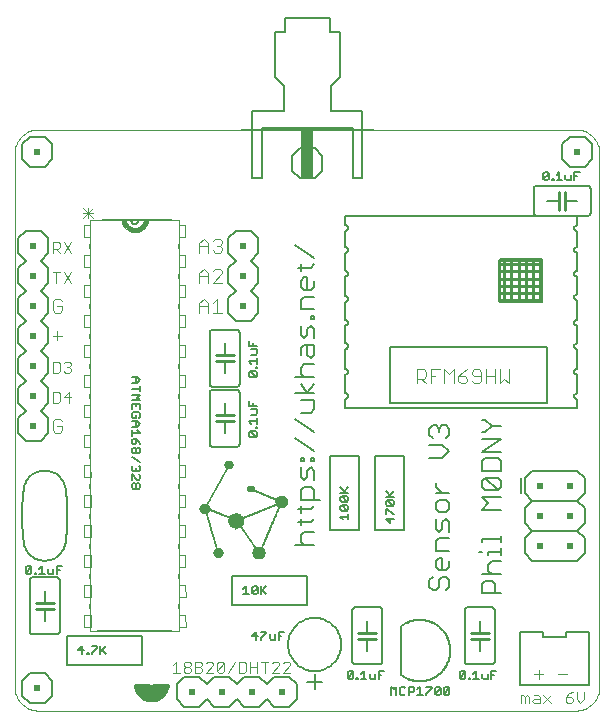
<source format=gto>
G75*
%MOIN*%
%OFA0B0*%
%FSLAX24Y24*%
%IPPOS*%
%LPD*%
%AMOC8*
5,1,8,0,0,1.08239X$1,22.5*
%
%ADD10C,0.0000*%
%ADD11C,0.0060*%
%ADD12C,0.0030*%
%ADD13C,0.0040*%
%ADD14R,0.0008X0.0080*%
%ADD15R,0.0008X0.0136*%
%ADD16R,0.0008X0.0176*%
%ADD17R,0.0008X0.0208*%
%ADD18R,0.0008X0.0224*%
%ADD19R,0.0008X0.0248*%
%ADD20R,0.0008X0.0272*%
%ADD21R,0.0008X0.0288*%
%ADD22R,0.0008X0.0304*%
%ADD23R,0.0008X0.0312*%
%ADD24R,0.0008X0.0320*%
%ADD25R,0.0008X0.0336*%
%ADD26R,0.0008X0.0344*%
%ADD27R,0.0008X0.0352*%
%ADD28R,0.0008X0.0368*%
%ADD29R,0.0008X0.0376*%
%ADD30R,0.0008X0.0384*%
%ADD31R,0.0008X0.0400*%
%ADD32R,0.0008X0.0384*%
%ADD33R,0.0008X0.0408*%
%ADD34R,0.0008X0.0416*%
%ADD35R,0.0008X0.0432*%
%ADD36R,0.0008X0.0104*%
%ADD37R,0.0008X0.0104*%
%ADD38R,0.0008X0.0096*%
%ADD39R,0.0008X0.0240*%
%ADD40R,0.0008X0.0192*%
%ADD41R,0.0008X0.0200*%
%ADD42R,0.0008X0.0168*%
%ADD43R,0.0008X0.0040*%
%ADD44R,0.0008X0.0048*%
%ADD45R,0.0008X0.0144*%
%ADD46R,0.0008X0.0256*%
%ADD47R,0.0008X0.0440*%
%ADD48R,0.0008X0.0432*%
%ADD49R,0.0008X0.0392*%
%ADD50R,0.0008X0.0064*%
%ADD51R,0.0008X0.0072*%
%ADD52R,0.0008X0.0072*%
%ADD53R,0.0008X0.0056*%
%ADD54R,0.0008X0.0128*%
%ADD55R,0.0008X0.0152*%
%ADD56R,0.0008X0.0184*%
%ADD57R,0.0008X0.0064*%
%ADD58R,0.0008X0.0216*%
%ADD59R,0.0008X0.0232*%
%ADD60R,0.0008X0.0192*%
%ADD61R,0.0008X0.0160*%
%ADD62R,0.0008X0.0352*%
%ADD63R,0.0008X0.0448*%
%ADD64R,0.0008X0.0464*%
%ADD65R,0.0008X0.0472*%
%ADD66R,0.0008X0.0480*%
%ADD67R,0.0008X0.0496*%
%ADD68R,0.0008X0.0504*%
%ADD69R,0.0008X0.0512*%
%ADD70R,0.0008X0.0504*%
%ADD71R,0.0008X0.0120*%
%ADD72R,0.0008X0.0184*%
%ADD73R,0.0008X0.0344*%
%ADD74R,0.0008X0.0264*%
%ADD75R,0.0008X0.0272*%
%ADD76R,0.0008X0.0280*%
%ADD77R,0.0008X0.0296*%
%ADD78R,0.0008X0.0088*%
%ADD79R,0.0008X0.0112*%
%ADD80R,0.0008X0.0224*%
%ADD81R,0.0008X0.0304*%
%ADD82R,0.0008X0.0312*%
%ADD83R,0.0008X0.0328*%
%ADD84R,0.0008X0.0144*%
%ADD85R,0.0008X0.0264*%
%ADD86R,0.0008X0.0360*%
%ADD87R,0.0008X0.0424*%
%ADD88C,0.0056*%
%ADD89C,0.0016*%
%ADD90C,0.0100*%
%ADD91C,0.0050*%
%ADD92C,0.0080*%
%ADD93R,0.0200X0.0200*%
%ADD94R,0.0394X0.1604*%
D10*
X001467Y001180D02*
X019385Y001180D01*
X019439Y001182D01*
X019492Y001187D01*
X019545Y001196D01*
X019597Y001209D01*
X019649Y001225D01*
X019699Y001245D01*
X019747Y001268D01*
X019794Y001295D01*
X019839Y001324D01*
X019882Y001357D01*
X019922Y001392D01*
X019960Y001430D01*
X019995Y001470D01*
X020028Y001513D01*
X020057Y001558D01*
X020084Y001605D01*
X020107Y001653D01*
X020127Y001703D01*
X020143Y001755D01*
X020156Y001807D01*
X020165Y001860D01*
X020170Y001913D01*
X020172Y001967D01*
X020172Y019763D01*
X020170Y019817D01*
X020165Y019870D01*
X020156Y019923D01*
X020143Y019975D01*
X020127Y020027D01*
X020107Y020077D01*
X020084Y020125D01*
X020057Y020172D01*
X020028Y020217D01*
X019995Y020260D01*
X019960Y020300D01*
X019922Y020338D01*
X019882Y020373D01*
X019839Y020406D01*
X019794Y020435D01*
X019747Y020462D01*
X019699Y020485D01*
X019649Y020505D01*
X019597Y020521D01*
X019545Y020534D01*
X019492Y020543D01*
X019439Y020548D01*
X019385Y020550D01*
X001467Y020550D01*
X001413Y020548D01*
X001360Y020543D01*
X001307Y020534D01*
X001255Y020521D01*
X001203Y020505D01*
X001153Y020485D01*
X001105Y020462D01*
X001058Y020435D01*
X001013Y020406D01*
X000970Y020373D01*
X000930Y020338D01*
X000892Y020300D01*
X000857Y020260D01*
X000824Y020217D01*
X000795Y020172D01*
X000768Y020125D01*
X000745Y020077D01*
X000725Y020027D01*
X000709Y019975D01*
X000696Y019923D01*
X000687Y019870D01*
X000682Y019817D01*
X000680Y019763D01*
X000680Y001967D01*
X000682Y001913D01*
X000687Y001860D01*
X000696Y001807D01*
X000709Y001755D01*
X000725Y001703D01*
X000745Y001653D01*
X000768Y001605D01*
X000795Y001558D01*
X000824Y001513D01*
X000857Y001470D01*
X000892Y001430D01*
X000930Y001392D01*
X000970Y001357D01*
X001013Y001324D01*
X001058Y001295D01*
X001105Y001268D01*
X001153Y001245D01*
X001203Y001225D01*
X001255Y001209D01*
X001307Y001196D01*
X001360Y001187D01*
X001413Y001182D01*
X001467Y001180D01*
X003200Y003830D02*
X003200Y017530D01*
X004560Y017530D01*
X004800Y017530D01*
X006160Y017530D01*
X006160Y003830D01*
X003200Y003830D01*
X003210Y003980D02*
X002990Y003980D01*
X002990Y004370D01*
X003210Y004380D01*
X003210Y003980D01*
X003210Y004980D02*
X002990Y004980D01*
X002990Y005380D01*
X003210Y005380D01*
X003210Y004980D01*
X003210Y005980D02*
X002990Y005980D01*
X002990Y006380D01*
X003210Y006380D01*
X003210Y005980D01*
X003210Y006980D02*
X002990Y006980D01*
X002990Y007380D01*
X003210Y007380D01*
X003210Y006980D01*
X003210Y007980D02*
X002990Y007980D01*
X002990Y008380D01*
X003210Y008380D01*
X003210Y007980D01*
X003210Y008980D02*
X002990Y008980D01*
X002980Y009380D01*
X003200Y009380D01*
X003210Y008980D01*
X003200Y009980D02*
X002980Y009980D01*
X002980Y010380D01*
X003200Y010380D01*
X003200Y009980D01*
X003200Y010980D02*
X002980Y010980D01*
X002980Y011380D01*
X003200Y011380D01*
X003200Y010980D01*
X003200Y011980D02*
X002980Y011980D01*
X002980Y012380D01*
X003200Y012380D01*
X003200Y011980D01*
X003200Y012980D02*
X002980Y012980D01*
X002980Y013380D01*
X003200Y013380D01*
X003200Y012980D01*
X003200Y013980D02*
X002980Y013980D01*
X002980Y014380D01*
X003200Y014380D01*
X003200Y013980D01*
X003200Y014980D02*
X002980Y014980D01*
X002980Y015380D01*
X003200Y015380D01*
X003200Y014980D01*
X003200Y015980D02*
X002980Y015980D01*
X002980Y016380D01*
X003200Y016380D01*
X003200Y015980D01*
X003200Y016980D02*
X002980Y016980D01*
X002980Y017380D01*
X003200Y017380D01*
X003200Y016980D01*
X004560Y017530D02*
X004562Y017509D01*
X004567Y017489D01*
X004576Y017470D01*
X004588Y017453D01*
X004603Y017438D01*
X004620Y017426D01*
X004639Y017417D01*
X004659Y017412D01*
X004680Y017410D01*
X004701Y017412D01*
X004721Y017417D01*
X004740Y017426D01*
X004757Y017438D01*
X004772Y017453D01*
X004784Y017470D01*
X004793Y017489D01*
X004798Y017509D01*
X004800Y017530D01*
X006150Y017380D02*
X006150Y016980D01*
X006370Y016980D01*
X006370Y017380D01*
X006150Y017380D01*
X006150Y016380D02*
X006370Y016380D01*
X006370Y015980D01*
X006150Y015980D01*
X006150Y016380D01*
X006150Y015380D02*
X006370Y015380D01*
X006370Y014980D01*
X006150Y014980D01*
X006150Y015380D01*
X006150Y014380D02*
X006370Y014380D01*
X006370Y013980D01*
X006150Y013980D01*
X006150Y014380D01*
X006150Y013380D02*
X006370Y013380D01*
X006370Y012980D01*
X006150Y012980D01*
X006150Y013380D01*
X006150Y012380D02*
X006370Y012380D01*
X006370Y011980D01*
X006150Y011980D01*
X006150Y012380D01*
X006150Y011380D02*
X006370Y011380D01*
X006370Y010980D01*
X006150Y010980D01*
X006150Y011380D01*
X006150Y010380D02*
X006370Y010380D01*
X006370Y009980D01*
X006150Y009980D01*
X006150Y010380D01*
X006150Y009380D02*
X006370Y009380D01*
X006370Y008980D01*
X006150Y008980D01*
X006150Y009380D01*
X006150Y008380D02*
X006370Y008380D01*
X006370Y007980D01*
X006150Y007980D01*
X006150Y008380D01*
X006150Y007380D02*
X006370Y007380D01*
X006370Y006980D01*
X006150Y006980D01*
X006150Y007380D01*
X006150Y006380D02*
X006370Y006380D01*
X006370Y005980D01*
X006150Y005980D01*
X006150Y006380D01*
X006150Y005380D02*
X006370Y005380D01*
X006380Y004980D01*
X006160Y004980D01*
X006150Y005380D01*
X006150Y004380D02*
X006370Y004380D01*
X006380Y003980D01*
X006160Y003980D01*
X006150Y004380D01*
X008230Y020555D02*
X012630Y020555D01*
D11*
X010010Y016698D02*
X010650Y016271D01*
X010650Y016055D02*
X010544Y015948D01*
X010117Y015948D01*
X010223Y015841D02*
X010223Y016055D01*
X010330Y015624D02*
X010437Y015624D01*
X010437Y015197D01*
X010544Y015197D02*
X010330Y015197D01*
X010223Y015303D01*
X010223Y015517D01*
X010330Y015624D01*
X010650Y015517D02*
X010650Y015303D01*
X010544Y015197D01*
X010650Y014979D02*
X010330Y014979D01*
X010223Y014872D01*
X010223Y014552D01*
X010650Y014552D01*
X010650Y014337D02*
X010650Y014230D01*
X010544Y014230D01*
X010544Y014337D01*
X010650Y014337D01*
X010544Y014012D02*
X010437Y013905D01*
X010437Y013692D01*
X010330Y013585D01*
X010223Y013692D01*
X010223Y014012D01*
X010544Y014012D02*
X010650Y013905D01*
X010650Y013585D01*
X010650Y013368D02*
X010330Y013368D01*
X010223Y013261D01*
X010223Y013047D01*
X010437Y013047D02*
X010437Y013368D01*
X010650Y013368D02*
X010650Y013047D01*
X010544Y012941D01*
X010437Y013047D01*
X010330Y012723D02*
X010650Y012723D01*
X010330Y012723D02*
X010223Y012616D01*
X010223Y012403D01*
X010330Y012296D01*
X010223Y012079D02*
X010437Y011759D01*
X010650Y012079D01*
X010650Y012296D02*
X010010Y012296D01*
X010010Y011759D02*
X010650Y011759D01*
X010650Y011541D02*
X010223Y011541D01*
X010223Y011114D02*
X010544Y011114D01*
X010650Y011221D01*
X010650Y011541D01*
X010010Y010897D02*
X010650Y010470D01*
X010650Y009825D02*
X010010Y010252D01*
X010223Y009610D02*
X010330Y009610D01*
X010330Y009503D01*
X010223Y009503D01*
X010223Y009610D01*
X010223Y009286D02*
X010223Y008965D01*
X010330Y008858D01*
X010437Y008965D01*
X010437Y009179D01*
X010544Y009286D01*
X010650Y009179D01*
X010650Y008858D01*
X010544Y008641D02*
X010330Y008641D01*
X010223Y008534D01*
X010223Y008214D01*
X010864Y008214D01*
X010650Y008214D02*
X010650Y008534D01*
X010544Y008641D01*
X010650Y007998D02*
X010544Y007891D01*
X010117Y007891D01*
X010223Y007784D02*
X010223Y007998D01*
X010223Y007568D02*
X010223Y007355D01*
X010117Y007461D02*
X010544Y007461D01*
X010650Y007568D01*
X010650Y007137D02*
X010330Y007137D01*
X010223Y007030D01*
X010223Y006817D01*
X010330Y006710D01*
X010010Y006710D02*
X010650Y006710D01*
X012030Y004630D02*
X012830Y004630D01*
X012847Y004628D01*
X012864Y004624D01*
X012880Y004617D01*
X012894Y004607D01*
X012907Y004594D01*
X012917Y004580D01*
X012924Y004564D01*
X012928Y004547D01*
X012930Y004530D01*
X012930Y002830D01*
X012928Y002813D01*
X012924Y002796D01*
X012917Y002780D01*
X012907Y002766D01*
X012894Y002753D01*
X012880Y002743D01*
X012864Y002736D01*
X012847Y002732D01*
X012830Y002730D01*
X012030Y002730D01*
X012013Y002732D01*
X011996Y002736D01*
X011980Y002743D01*
X011966Y002753D01*
X011953Y002766D01*
X011943Y002780D01*
X011936Y002796D01*
X011932Y002813D01*
X011930Y002830D01*
X011930Y004530D01*
X011932Y004547D01*
X011936Y004564D01*
X011943Y004580D01*
X011953Y004594D01*
X011966Y004607D01*
X011980Y004617D01*
X011996Y004624D01*
X012013Y004628D01*
X012030Y004630D01*
X012430Y004180D02*
X012430Y003830D01*
X012430Y003780D01*
X012430Y003580D02*
X012430Y003530D01*
X012430Y003180D01*
X013560Y003250D02*
X013560Y003090D01*
X013740Y004110D02*
X013798Y004136D01*
X013857Y004157D01*
X013918Y004175D01*
X013979Y004189D01*
X014042Y004199D01*
X014104Y004205D01*
X014168Y004208D01*
X014231Y004207D01*
X014294Y004201D01*
X014356Y004192D01*
X014418Y004179D01*
X014479Y004162D01*
X014539Y004142D01*
X014597Y004118D01*
X014654Y004090D01*
X014709Y004059D01*
X014761Y004024D01*
X014812Y003986D01*
X014860Y003946D01*
X014906Y003902D01*
X014949Y003856D01*
X014989Y003807D01*
X015026Y003755D01*
X015059Y003702D01*
X015090Y003647D01*
X015116Y003589D01*
X015140Y003531D01*
X015159Y003471D01*
X015175Y003409D01*
X015187Y003347D01*
X015195Y003285D01*
X015199Y003222D01*
X015200Y003159D01*
X015196Y003096D01*
X015189Y003033D01*
X015178Y002971D01*
X015162Y002909D01*
X015144Y002849D01*
X015121Y002790D01*
X015095Y002732D01*
X015065Y002677D01*
X015033Y002623D01*
X014996Y002571D01*
X014957Y002522D01*
X014915Y002475D01*
X014870Y002431D01*
X014822Y002389D01*
X014772Y002351D01*
X014719Y002316D01*
X014664Y002284D01*
X014608Y002256D01*
X014550Y002231D01*
X014491Y002210D01*
X014430Y002192D01*
X014368Y002178D01*
X014306Y002168D01*
X014243Y002162D01*
X014180Y002160D01*
X013560Y002370D02*
X013560Y003990D01*
X013730Y002260D02*
X013784Y002237D01*
X013838Y002217D01*
X013894Y002200D01*
X013950Y002185D01*
X014007Y002174D01*
X014065Y002166D01*
X014122Y002162D01*
X014180Y002160D01*
X013560Y002370D02*
X013612Y002333D01*
X013665Y002300D01*
X013720Y002269D01*
X013778Y002243D01*
X013836Y002219D01*
X013896Y002200D01*
X013957Y002184D01*
X014019Y002172D01*
X014082Y002164D01*
X014145Y002160D01*
X014208Y002159D01*
X014271Y002163D01*
X014334Y002170D01*
X014396Y002182D01*
X014457Y002197D01*
X014517Y002216D01*
X014576Y002238D01*
X014634Y002264D01*
X014689Y002294D01*
X014743Y002327D01*
X014795Y002363D01*
X014844Y002403D01*
X014891Y002445D01*
X014935Y002490D01*
X014976Y002538D01*
X015014Y002588D01*
X015049Y002641D01*
X015081Y002695D01*
X015109Y002752D01*
X015134Y002810D01*
X015155Y002869D01*
X015172Y002930D01*
X015185Y002992D01*
X015195Y003054D01*
X015201Y003117D01*
X015203Y003180D01*
X015201Y003243D01*
X015195Y003306D01*
X015185Y003368D01*
X015172Y003430D01*
X015155Y003491D01*
X015134Y003550D01*
X015109Y003608D01*
X015081Y003665D01*
X015049Y003719D01*
X015014Y003772D01*
X014976Y003822D01*
X014935Y003870D01*
X014891Y003915D01*
X014844Y003957D01*
X014795Y003997D01*
X014743Y004033D01*
X014689Y004066D01*
X014634Y004096D01*
X014576Y004122D01*
X014517Y004144D01*
X014457Y004163D01*
X014396Y004178D01*
X014334Y004190D01*
X014271Y004197D01*
X014208Y004201D01*
X014145Y004200D01*
X014082Y004196D01*
X014019Y004188D01*
X013957Y004176D01*
X013896Y004160D01*
X013836Y004141D01*
X013778Y004117D01*
X013720Y004091D01*
X013665Y004060D01*
X013612Y004027D01*
X013560Y003990D01*
X014616Y005210D02*
X014509Y005317D01*
X014509Y005530D01*
X014616Y005637D01*
X014830Y005530D02*
X014936Y005637D01*
X015043Y005637D01*
X015150Y005530D01*
X015150Y005317D01*
X015043Y005210D01*
X014830Y005317D02*
X014830Y005530D01*
X014830Y005317D02*
X014723Y005210D01*
X014616Y005210D01*
X014830Y005855D02*
X014723Y005961D01*
X014723Y006175D01*
X014830Y006282D01*
X014936Y006282D01*
X014936Y005855D01*
X014830Y005855D02*
X015043Y005855D01*
X015150Y005961D01*
X015150Y006175D01*
X015150Y006499D02*
X014723Y006499D01*
X014723Y006819D01*
X014830Y006926D01*
X015150Y006926D01*
X015150Y007144D02*
X015150Y007464D01*
X015043Y007571D01*
X014936Y007464D01*
X014936Y007250D01*
X014830Y007144D01*
X014723Y007250D01*
X014723Y007571D01*
X014830Y007788D02*
X014723Y007895D01*
X014723Y008108D01*
X014830Y008215D01*
X015043Y008215D01*
X015150Y008108D01*
X015150Y007895D01*
X015043Y007788D01*
X014830Y007788D01*
X014936Y008433D02*
X014723Y008646D01*
X014723Y008753D01*
X014723Y008433D02*
X015150Y008433D01*
X014936Y009614D02*
X014509Y009614D01*
X014509Y010041D02*
X014936Y010041D01*
X015150Y009828D01*
X014936Y009614D01*
X015043Y010259D02*
X015150Y010366D01*
X015150Y010579D01*
X015043Y010686D01*
X014936Y010686D01*
X014830Y010579D01*
X014830Y010472D01*
X014830Y010579D02*
X014723Y010686D01*
X014616Y010686D01*
X014509Y010579D01*
X014509Y010366D01*
X014616Y010259D01*
X016259Y010239D02*
X016900Y010239D01*
X016259Y009812D01*
X016900Y009812D01*
X016793Y009594D02*
X016366Y009594D01*
X016259Y009487D01*
X016259Y009167D01*
X016900Y009167D01*
X016900Y009487D01*
X016793Y009594D01*
X016793Y008949D02*
X016366Y008949D01*
X016793Y008522D01*
X016900Y008629D01*
X016900Y008843D01*
X016793Y008949D01*
X016793Y008522D02*
X016366Y008522D01*
X016259Y008629D01*
X016259Y008843D01*
X016366Y008949D01*
X016259Y008305D02*
X016900Y008305D01*
X016900Y007878D02*
X016259Y007878D01*
X016473Y008091D01*
X016259Y008305D01*
X016259Y006910D02*
X016900Y006910D01*
X016900Y006804D02*
X016900Y007017D01*
X016900Y006587D02*
X016900Y006374D01*
X016900Y006481D02*
X016473Y006481D01*
X016473Y006374D01*
X016259Y006481D02*
X016152Y006481D01*
X016259Y006804D02*
X016259Y006910D01*
X016579Y006156D02*
X016900Y006156D01*
X016579Y006156D02*
X016473Y006050D01*
X016473Y005836D01*
X016579Y005729D01*
X016579Y005512D02*
X016366Y005512D01*
X016259Y005405D01*
X016259Y005085D01*
X016900Y005085D01*
X016686Y005085D02*
X016686Y005405D01*
X016579Y005512D01*
X016259Y005729D02*
X016900Y005729D01*
X016580Y004630D02*
X015780Y004630D01*
X015763Y004628D01*
X015746Y004624D01*
X015730Y004617D01*
X015716Y004607D01*
X015703Y004594D01*
X015693Y004580D01*
X015686Y004564D01*
X015682Y004547D01*
X015680Y004530D01*
X015680Y002830D01*
X015682Y002813D01*
X015686Y002796D01*
X015693Y002780D01*
X015703Y002766D01*
X015716Y002753D01*
X015730Y002743D01*
X015746Y002736D01*
X015763Y002732D01*
X015780Y002730D01*
X016580Y002730D01*
X016597Y002732D01*
X016614Y002736D01*
X016630Y002743D01*
X016644Y002753D01*
X016657Y002766D01*
X016667Y002780D01*
X016674Y002796D01*
X016678Y002813D01*
X016680Y002830D01*
X016680Y004530D01*
X016678Y004547D01*
X016674Y004564D01*
X016667Y004580D01*
X016657Y004594D01*
X016644Y004607D01*
X016630Y004617D01*
X016614Y004624D01*
X016597Y004628D01*
X016580Y004630D01*
X016180Y004180D02*
X016180Y003830D01*
X016180Y003780D01*
X016180Y003580D02*
X016180Y003530D01*
X016180Y003180D01*
X010930Y002150D02*
X010430Y002150D01*
X010930Y002150D01*
X010680Y001900D02*
X010680Y002400D01*
X010680Y001900D01*
X010680Y002500D02*
X010622Y002502D01*
X010564Y002508D01*
X010507Y002517D01*
X010451Y002530D01*
X010396Y002547D01*
X010341Y002567D01*
X010289Y002591D01*
X010237Y002619D01*
X010188Y002649D01*
X010141Y002683D01*
X010096Y002720D01*
X010054Y002759D01*
X010015Y002801D01*
X009978Y002846D01*
X009944Y002893D01*
X009914Y002943D01*
X009886Y002994D01*
X009862Y003046D01*
X009842Y003101D01*
X009825Y003156D01*
X009812Y003212D01*
X009803Y003269D01*
X009797Y003327D01*
X009795Y003385D01*
X009797Y003443D01*
X009803Y003501D01*
X009812Y003558D01*
X009825Y003614D01*
X009842Y003669D01*
X009862Y003724D01*
X009886Y003776D01*
X009914Y003828D01*
X009944Y003877D01*
X009978Y003924D01*
X010015Y003969D01*
X010054Y004011D01*
X010096Y004050D01*
X010141Y004087D01*
X010188Y004121D01*
X010238Y004151D01*
X010289Y004179D01*
X010341Y004203D01*
X010396Y004223D01*
X010451Y004240D01*
X010507Y004253D01*
X010564Y004262D01*
X010622Y004268D01*
X010680Y004270D01*
X010738Y004268D01*
X010796Y004262D01*
X010853Y004253D01*
X010909Y004240D01*
X010964Y004223D01*
X011019Y004203D01*
X011071Y004179D01*
X011122Y004151D01*
X011172Y004121D01*
X011219Y004087D01*
X011264Y004050D01*
X011306Y004011D01*
X011345Y003969D01*
X011382Y003924D01*
X011416Y003877D01*
X011446Y003828D01*
X011474Y003776D01*
X011498Y003724D01*
X011518Y003669D01*
X011535Y003614D01*
X011548Y003558D01*
X011557Y003501D01*
X011563Y003443D01*
X011565Y003385D01*
X011563Y003327D01*
X011557Y003269D01*
X011548Y003212D01*
X011535Y003156D01*
X011518Y003101D01*
X011498Y003046D01*
X011474Y002994D01*
X011446Y002943D01*
X011416Y002893D01*
X011382Y002846D01*
X011345Y002801D01*
X011306Y002759D01*
X011264Y002720D01*
X011219Y002683D01*
X011172Y002649D01*
X011123Y002619D01*
X011071Y002591D01*
X011019Y002567D01*
X010964Y002547D01*
X010909Y002530D01*
X010853Y002517D01*
X010796Y002508D01*
X010738Y002502D01*
X010680Y002500D01*
X010622Y002502D01*
X010564Y002508D01*
X010507Y002517D01*
X010451Y002530D01*
X010396Y002547D01*
X010341Y002567D01*
X010289Y002591D01*
X010237Y002619D01*
X010188Y002649D01*
X010141Y002683D01*
X010096Y002720D01*
X010054Y002759D01*
X010015Y002801D01*
X009978Y002846D01*
X009944Y002893D01*
X009914Y002943D01*
X009886Y002994D01*
X009862Y003046D01*
X009842Y003101D01*
X009825Y003156D01*
X009812Y003212D01*
X009803Y003269D01*
X009797Y003327D01*
X009795Y003385D01*
X009797Y003443D01*
X009803Y003501D01*
X009812Y003558D01*
X009825Y003614D01*
X009842Y003669D01*
X009862Y003724D01*
X009886Y003776D01*
X009914Y003828D01*
X009944Y003877D01*
X009978Y003924D01*
X010015Y003969D01*
X010054Y004011D01*
X010096Y004050D01*
X010141Y004087D01*
X010188Y004121D01*
X010238Y004151D01*
X010289Y004179D01*
X010341Y004203D01*
X010396Y004223D01*
X010451Y004240D01*
X010507Y004253D01*
X010564Y004262D01*
X010622Y004268D01*
X010680Y004270D01*
X010738Y004268D01*
X010796Y004262D01*
X010853Y004253D01*
X010909Y004240D01*
X010964Y004223D01*
X011019Y004203D01*
X011071Y004179D01*
X011122Y004151D01*
X011172Y004121D01*
X011219Y004087D01*
X011264Y004050D01*
X011306Y004011D01*
X011345Y003969D01*
X011382Y003924D01*
X011416Y003877D01*
X011446Y003828D01*
X011474Y003776D01*
X011498Y003724D01*
X011518Y003669D01*
X011535Y003614D01*
X011548Y003558D01*
X011557Y003501D01*
X011563Y003443D01*
X011565Y003385D01*
X011563Y003327D01*
X011557Y003269D01*
X011548Y003212D01*
X011535Y003156D01*
X011518Y003101D01*
X011498Y003046D01*
X011474Y002994D01*
X011446Y002943D01*
X011416Y002893D01*
X011382Y002846D01*
X011345Y002801D01*
X011306Y002759D01*
X011264Y002720D01*
X011219Y002683D01*
X011172Y002649D01*
X011123Y002619D01*
X011071Y002591D01*
X011019Y002567D01*
X010964Y002547D01*
X010909Y002530D01*
X010853Y002517D01*
X010796Y002508D01*
X010738Y002502D01*
X010680Y002500D01*
X006160Y004610D02*
X006160Y004750D01*
X006160Y005610D02*
X006160Y005750D01*
X006160Y006610D02*
X006160Y006750D01*
X006160Y007610D02*
X006160Y007750D01*
X006160Y008610D02*
X006160Y008750D01*
X006160Y009610D02*
X006160Y009750D01*
X006160Y010610D02*
X006160Y010750D01*
X006160Y011610D02*
X006160Y011750D01*
X006160Y012610D02*
X006160Y012750D01*
X006160Y013610D02*
X006160Y013750D01*
X006160Y014610D02*
X006160Y014750D01*
X006160Y015610D02*
X006160Y015750D01*
X006160Y016610D02*
X006160Y016750D01*
X005940Y017530D02*
X004800Y017530D01*
X004560Y017530D01*
X003590Y017530D01*
X003200Y016750D02*
X003200Y016610D01*
X003200Y015750D02*
X003200Y015610D01*
X003200Y014750D02*
X003200Y014610D01*
X003200Y013750D02*
X003200Y013610D01*
X003200Y012750D02*
X003200Y012610D01*
X003200Y011750D02*
X003200Y011610D01*
X003200Y010750D02*
X003200Y010610D01*
X003200Y009750D02*
X003200Y009610D01*
X003200Y008750D02*
X003200Y008610D01*
X003200Y007750D02*
X003200Y007610D01*
X003200Y006750D02*
X003200Y006610D01*
X003200Y005750D02*
X003200Y005610D01*
X003200Y004750D02*
X003200Y004610D01*
X003420Y003830D02*
X005940Y003830D01*
X002180Y003830D02*
X002180Y005530D01*
X002178Y005547D01*
X002174Y005564D01*
X002167Y005580D01*
X002157Y005594D01*
X002144Y005607D01*
X002130Y005617D01*
X002114Y005624D01*
X002097Y005628D01*
X002080Y005630D01*
X001280Y005630D01*
X001263Y005628D01*
X001246Y005624D01*
X001230Y005617D01*
X001216Y005607D01*
X001203Y005594D01*
X001193Y005580D01*
X001186Y005564D01*
X001182Y005547D01*
X001180Y005530D01*
X001180Y003830D01*
X001182Y003813D01*
X001186Y003796D01*
X001193Y003780D01*
X001203Y003766D01*
X001216Y003753D01*
X001230Y003743D01*
X001246Y003736D01*
X001263Y003732D01*
X001280Y003730D01*
X002080Y003730D01*
X002097Y003732D01*
X002114Y003736D01*
X002130Y003743D01*
X002144Y003753D01*
X002157Y003766D01*
X002167Y003780D01*
X002174Y003796D01*
X002178Y003813D01*
X002180Y003830D01*
X001680Y004180D02*
X001680Y004530D01*
X001680Y004580D01*
X001680Y004780D02*
X001680Y004830D01*
X001680Y005180D01*
X007180Y010080D02*
X007180Y011780D01*
X007182Y011797D01*
X007186Y011814D01*
X007193Y011830D01*
X007203Y011844D01*
X007216Y011857D01*
X007230Y011867D01*
X007246Y011874D01*
X007263Y011878D01*
X007280Y011880D01*
X008080Y011880D01*
X008097Y011878D01*
X008114Y011874D01*
X008130Y011867D01*
X008144Y011857D01*
X008157Y011844D01*
X008167Y011830D01*
X008174Y011814D01*
X008178Y011797D01*
X008180Y011780D01*
X008180Y010080D01*
X008178Y010063D01*
X008174Y010046D01*
X008167Y010030D01*
X008157Y010016D01*
X008144Y010003D01*
X008130Y009993D01*
X008114Y009986D01*
X008097Y009982D01*
X008080Y009980D01*
X007280Y009980D01*
X007263Y009982D01*
X007246Y009986D01*
X007230Y009993D01*
X007216Y010003D01*
X007203Y010016D01*
X007193Y010030D01*
X007186Y010046D01*
X007182Y010063D01*
X007180Y010080D01*
X007680Y010430D02*
X007680Y010780D01*
X007680Y010830D01*
X007680Y011030D02*
X007680Y011080D01*
X007680Y011430D01*
X007280Y011980D02*
X008080Y011980D01*
X008097Y011982D01*
X008114Y011986D01*
X008130Y011993D01*
X008144Y012003D01*
X008157Y012016D01*
X008167Y012030D01*
X008174Y012046D01*
X008178Y012063D01*
X008180Y012080D01*
X008180Y013780D01*
X008178Y013797D01*
X008174Y013814D01*
X008167Y013830D01*
X008157Y013844D01*
X008144Y013857D01*
X008130Y013867D01*
X008114Y013874D01*
X008097Y013878D01*
X008080Y013880D01*
X007280Y013880D01*
X007263Y013878D01*
X007246Y013874D01*
X007230Y013867D01*
X007216Y013857D01*
X007203Y013844D01*
X007193Y013830D01*
X007186Y013814D01*
X007182Y013797D01*
X007180Y013780D01*
X007180Y012080D01*
X007182Y012063D01*
X007186Y012046D01*
X007193Y012030D01*
X007203Y012016D01*
X007216Y012003D01*
X007230Y011993D01*
X007246Y011986D01*
X007263Y011982D01*
X007280Y011980D01*
X007680Y012430D02*
X007680Y012780D01*
X007680Y012830D01*
X007680Y013030D02*
X007680Y013080D01*
X007680Y013430D01*
X010544Y009610D02*
X010650Y009610D01*
X010650Y009503D01*
X010544Y009503D01*
X010544Y009610D01*
X016259Y010456D02*
X016366Y010456D01*
X016579Y010670D01*
X016900Y010670D01*
X016579Y010670D02*
X016366Y010883D01*
X016259Y010883D01*
X018080Y017680D02*
X019780Y017680D01*
X019797Y017682D01*
X019814Y017686D01*
X019830Y017693D01*
X019844Y017703D01*
X019857Y017716D01*
X019867Y017730D01*
X019874Y017746D01*
X019878Y017763D01*
X019880Y017780D01*
X019880Y018580D01*
X019878Y018597D01*
X019874Y018614D01*
X019867Y018630D01*
X019857Y018644D01*
X019844Y018657D01*
X019830Y018667D01*
X019814Y018674D01*
X019797Y018678D01*
X019780Y018680D01*
X018080Y018680D01*
X018063Y018678D01*
X018046Y018674D01*
X018030Y018667D01*
X018016Y018657D01*
X018003Y018644D01*
X017993Y018630D01*
X017986Y018614D01*
X017982Y018597D01*
X017980Y018580D01*
X017980Y017780D01*
X017982Y017763D01*
X017986Y017746D01*
X017993Y017730D01*
X018003Y017716D01*
X018016Y017703D01*
X018030Y017693D01*
X018046Y017686D01*
X018063Y017682D01*
X018080Y017680D01*
X018430Y018180D02*
X018780Y018180D01*
X018830Y018180D01*
X019030Y018180D02*
X019080Y018180D01*
X019430Y018180D01*
X004800Y017530D02*
X004798Y017509D01*
X004793Y017489D01*
X004784Y017470D01*
X004772Y017453D01*
X004757Y017438D01*
X004740Y017426D01*
X004721Y017417D01*
X004701Y017412D01*
X004680Y017410D01*
X004659Y017412D01*
X004639Y017417D01*
X004620Y017426D01*
X004603Y017438D01*
X004588Y017453D01*
X004576Y017470D01*
X004567Y017489D01*
X004562Y017509D01*
X004560Y017530D01*
D12*
X003279Y017613D02*
X002965Y017927D01*
X003279Y017613D01*
X003122Y017613D02*
X003122Y017927D01*
X003122Y017613D01*
X002965Y017613D02*
X003279Y017927D01*
X002965Y017613D01*
X002965Y017770D02*
X003279Y017770D01*
X002965Y017770D01*
X002560Y016816D02*
X002313Y016446D01*
X002192Y016446D02*
X002068Y016569D01*
X002130Y016569D02*
X001945Y016569D01*
X001945Y016446D02*
X001945Y016816D01*
X002130Y016816D01*
X002192Y016754D01*
X002192Y016631D01*
X002130Y016569D01*
X002313Y016816D02*
X002560Y016446D01*
X002560Y015816D02*
X002313Y015446D01*
X002068Y015446D02*
X002068Y015816D01*
X001945Y015816D02*
X002192Y015816D01*
X002313Y015816D02*
X002560Y015446D01*
X002498Y012816D02*
X002560Y012754D01*
X002560Y012693D01*
X002498Y012631D01*
X002560Y012569D01*
X002560Y012508D01*
X002498Y012446D01*
X002375Y012446D01*
X002313Y012508D01*
X002192Y012508D02*
X002192Y012754D01*
X002130Y012816D01*
X001945Y012816D01*
X001945Y012446D01*
X002130Y012446D01*
X002192Y012508D01*
X002437Y012631D02*
X002498Y012631D01*
X002498Y012816D02*
X002375Y012816D01*
X002313Y012754D01*
X002130Y011816D02*
X001945Y011816D01*
X001945Y011446D01*
X002130Y011446D01*
X002192Y011508D01*
X002192Y011754D01*
X002130Y011816D01*
X002313Y011631D02*
X002560Y011631D01*
X002498Y011446D02*
X002498Y011816D01*
X002313Y011631D01*
X006068Y002815D02*
X005945Y002692D01*
X006068Y002815D02*
X006068Y002445D01*
X005945Y002445D02*
X006192Y002445D01*
X006313Y002507D02*
X006313Y002568D01*
X006375Y002630D01*
X006498Y002630D01*
X006560Y002568D01*
X006560Y002507D01*
X006498Y002445D01*
X006375Y002445D01*
X006313Y002507D01*
X006375Y002630D02*
X006313Y002692D01*
X006313Y002754D01*
X006375Y002815D01*
X006498Y002815D01*
X006560Y002754D01*
X006560Y002692D01*
X006498Y002630D01*
X006682Y002630D02*
X006867Y002630D01*
X006929Y002568D01*
X006929Y002507D01*
X006867Y002445D01*
X006682Y002445D01*
X006682Y002815D01*
X006867Y002815D01*
X006929Y002754D01*
X006929Y002692D01*
X006867Y002630D01*
X007050Y002754D02*
X007112Y002815D01*
X007235Y002815D01*
X007297Y002754D01*
X007297Y002692D01*
X007050Y002445D01*
X007297Y002445D01*
X007418Y002507D02*
X007665Y002754D01*
X007665Y002507D01*
X007603Y002445D01*
X007480Y002445D01*
X007418Y002507D01*
X007418Y002754D01*
X007480Y002815D01*
X007603Y002815D01*
X007665Y002754D01*
X007787Y002445D02*
X008033Y002815D01*
X008155Y002815D02*
X008155Y002445D01*
X008340Y002445D01*
X008402Y002507D01*
X008402Y002754D01*
X008340Y002815D01*
X008155Y002815D01*
X008523Y002815D02*
X008523Y002445D01*
X008523Y002630D02*
X008770Y002630D01*
X008770Y002815D02*
X008770Y002445D01*
X009015Y002445D02*
X009015Y002815D01*
X008892Y002815D02*
X009138Y002815D01*
X009260Y002754D02*
X009322Y002815D01*
X009445Y002815D01*
X009507Y002754D01*
X009507Y002692D01*
X009260Y002445D01*
X009507Y002445D01*
X009628Y002445D02*
X009875Y002692D01*
X009875Y002754D01*
X009813Y002815D01*
X009690Y002815D01*
X009628Y002754D01*
X009628Y002445D02*
X009875Y002445D01*
X017570Y001692D02*
X017570Y001445D01*
X017693Y001445D02*
X017693Y001630D01*
X017755Y001692D01*
X017817Y001630D01*
X017817Y001445D01*
X017938Y001507D02*
X018000Y001568D01*
X018185Y001568D01*
X018185Y001630D02*
X018185Y001445D01*
X018000Y001445D01*
X017938Y001507D01*
X018000Y001692D02*
X018123Y001692D01*
X018185Y001630D01*
X018307Y001692D02*
X018554Y001445D01*
X018307Y001445D02*
X018554Y001692D01*
X019043Y001630D02*
X019228Y001630D01*
X019290Y001568D01*
X019290Y001507D01*
X019228Y001445D01*
X019105Y001445D01*
X019043Y001507D01*
X019043Y001630D01*
X019167Y001754D01*
X019290Y001815D01*
X019412Y001815D02*
X019412Y001568D01*
X019535Y001445D01*
X019658Y001568D01*
X019658Y001815D01*
X017693Y001630D02*
X017632Y001692D01*
X017570Y001692D01*
D13*
X018151Y002231D02*
X018151Y002538D01*
X018304Y002385D02*
X017997Y002385D01*
X018784Y002385D02*
X019091Y002385D01*
X017155Y012094D02*
X017155Y012555D01*
X017001Y012248D02*
X017155Y012094D01*
X017001Y012248D02*
X016848Y012094D01*
X016848Y012555D01*
X016694Y012555D02*
X016694Y012094D01*
X016694Y012324D02*
X016387Y012324D01*
X016234Y012324D02*
X016004Y012324D01*
X015927Y012401D01*
X015927Y012478D01*
X016004Y012555D01*
X016157Y012555D01*
X016234Y012478D01*
X016234Y012171D01*
X016157Y012094D01*
X016004Y012094D01*
X015927Y012171D01*
X015774Y012171D02*
X015774Y012248D01*
X015697Y012324D01*
X015467Y012324D01*
X015467Y012171D01*
X015543Y012094D01*
X015697Y012094D01*
X015774Y012171D01*
X015620Y012478D02*
X015467Y012324D01*
X015620Y012478D02*
X015774Y012555D01*
X015313Y012555D02*
X015313Y012094D01*
X015006Y012094D02*
X015006Y012555D01*
X015160Y012401D01*
X015313Y012555D01*
X014853Y012555D02*
X014546Y012555D01*
X014546Y012094D01*
X014392Y012094D02*
X014239Y012248D01*
X014316Y012248D02*
X014086Y012248D01*
X014086Y012094D02*
X014086Y012555D01*
X014316Y012555D01*
X014392Y012478D01*
X014392Y012324D01*
X014316Y012248D01*
X014546Y012324D02*
X014699Y012324D01*
X016387Y012094D02*
X016387Y012555D01*
X007590Y014450D02*
X007283Y014450D01*
X007436Y014450D02*
X007436Y014910D01*
X007283Y014757D01*
X007129Y014757D02*
X007129Y014450D01*
X007129Y014680D02*
X006822Y014680D01*
X006822Y014757D02*
X006976Y014910D01*
X007129Y014757D01*
X006822Y014757D02*
X006822Y014450D01*
X006822Y015450D02*
X006822Y015757D01*
X006976Y015910D01*
X007129Y015757D01*
X007129Y015450D01*
X007283Y015450D02*
X007590Y015757D01*
X007590Y015834D01*
X007513Y015910D01*
X007360Y015910D01*
X007283Y015834D01*
X007129Y015680D02*
X006822Y015680D01*
X007283Y015450D02*
X007590Y015450D01*
X007513Y016450D02*
X007360Y016450D01*
X007283Y016527D01*
X007129Y016450D02*
X007129Y016757D01*
X006976Y016910D01*
X006822Y016757D01*
X006822Y016450D01*
X006822Y016680D02*
X007129Y016680D01*
X007283Y016834D02*
X007360Y016910D01*
X007513Y016910D01*
X007590Y016834D01*
X007590Y016757D01*
X007513Y016680D01*
X007590Y016603D01*
X007590Y016527D01*
X007513Y016450D01*
X007513Y016680D02*
X007436Y016680D01*
X002257Y014834D02*
X002180Y014911D01*
X002027Y014911D01*
X001950Y014834D01*
X001950Y014528D01*
X002027Y014451D01*
X002180Y014451D01*
X002257Y014528D01*
X002257Y014681D01*
X002103Y014681D01*
X002103Y013834D02*
X002103Y013528D01*
X001950Y013681D02*
X002257Y013681D01*
X002180Y010911D02*
X002027Y010911D01*
X001950Y010834D01*
X001950Y010528D01*
X002027Y010451D01*
X002180Y010451D01*
X002257Y010528D01*
X002257Y010681D01*
X002103Y010681D01*
X002257Y010834D02*
X002180Y010911D01*
D14*
X007154Y008120D03*
X007146Y008104D03*
X007138Y008088D03*
X007170Y008144D03*
X007178Y008160D03*
X007186Y008176D03*
X007194Y008192D03*
X007202Y008200D03*
X007210Y008216D03*
X007218Y008232D03*
X007226Y008248D03*
X007242Y008272D03*
X007250Y008288D03*
X007258Y008304D03*
X007266Y008320D03*
X007282Y008344D03*
X007290Y008360D03*
X007298Y008376D03*
X007306Y008392D03*
X007322Y008416D03*
X007330Y008432D03*
X007338Y008448D03*
X007346Y008464D03*
X007354Y008472D03*
X007362Y008488D03*
X007370Y008504D03*
X007378Y008520D03*
X007394Y008544D03*
X007402Y008560D03*
X007410Y008576D03*
X007418Y008592D03*
X007434Y008616D03*
X007442Y008632D03*
X007450Y008648D03*
X007458Y008664D03*
X007474Y008688D03*
X007482Y008704D03*
X007490Y008720D03*
X007498Y008736D03*
X007506Y008744D03*
X007514Y008760D03*
X007522Y008776D03*
X007530Y008792D03*
X007546Y008816D03*
X007554Y008832D03*
X007562Y008848D03*
X007570Y008864D03*
X007586Y008888D03*
X007594Y008904D03*
X007602Y008920D03*
X007610Y008936D03*
X007626Y008960D03*
X007634Y008976D03*
X007642Y008992D03*
X007650Y009008D03*
X007658Y009016D03*
X007666Y009032D03*
X007674Y009048D03*
X007682Y009064D03*
X007698Y009088D03*
X007706Y009104D03*
X007714Y009120D03*
X007722Y009136D03*
X007738Y009160D03*
X007746Y009176D03*
X007754Y009192D03*
X007210Y007888D03*
X008338Y007488D03*
X009050Y006424D03*
X009402Y008120D03*
X009794Y008120D03*
D15*
X009786Y008124D03*
X008674Y008572D03*
X007722Y009356D03*
X007122Y007660D03*
D16*
X007362Y006432D03*
X007626Y006432D03*
X008658Y006424D03*
X009034Y006424D03*
X009778Y008120D03*
X008506Y008568D03*
D17*
X009770Y008120D03*
X009026Y006424D03*
X008666Y006424D03*
X007618Y006432D03*
X006906Y007896D03*
D18*
X009434Y008120D03*
X009762Y008120D03*
D19*
X009754Y008124D03*
X007906Y009356D03*
X007162Y007892D03*
X006922Y007892D03*
X007394Y006436D03*
X007594Y006436D03*
D20*
X008690Y006424D03*
X009002Y006424D03*
X009450Y008120D03*
X009746Y008120D03*
X007874Y009360D03*
X007866Y009360D03*
X007858Y009360D03*
X007810Y009360D03*
D21*
X007778Y009336D03*
X007874Y007488D03*
X008298Y007488D03*
X008698Y006424D03*
X008994Y006424D03*
X007570Y006432D03*
X007562Y006432D03*
X009458Y008120D03*
X009738Y008120D03*
D22*
X009730Y008120D03*
X009474Y008120D03*
X009466Y008120D03*
X008290Y007488D03*
X007882Y007488D03*
X008706Y006424D03*
X008986Y006424D03*
X007762Y009320D03*
D23*
X009722Y008124D03*
D24*
X009714Y008120D03*
X009482Y008120D03*
X008282Y007488D03*
X007890Y007488D03*
X007522Y006432D03*
X007514Y006432D03*
X007506Y006432D03*
X007498Y006432D03*
X007490Y006432D03*
X007482Y006432D03*
X007474Y006432D03*
X007466Y006432D03*
X008714Y006424D03*
X008978Y006424D03*
D25*
X008970Y006424D03*
X009490Y008120D03*
X009706Y008120D03*
D26*
X009698Y008124D03*
D27*
X009690Y008120D03*
X008962Y006424D03*
X007090Y007880D03*
D28*
X007130Y007928D03*
X007906Y007488D03*
X008746Y006424D03*
X008754Y006424D03*
X009530Y008120D03*
X009674Y008120D03*
X009682Y008120D03*
D29*
X009666Y008124D03*
X008738Y006436D03*
X007914Y007492D03*
D30*
X007922Y007488D03*
X007098Y007864D03*
X008730Y006440D03*
X008762Y006424D03*
X008770Y006424D03*
X008922Y006424D03*
X009538Y008120D03*
X009546Y008120D03*
X009554Y008120D03*
X009642Y008120D03*
X009650Y008120D03*
X009658Y008120D03*
D31*
X009634Y008120D03*
X009626Y008120D03*
X009618Y008120D03*
X009610Y008120D03*
X009602Y008120D03*
X009594Y008120D03*
X009586Y008120D03*
X009578Y008120D03*
X009570Y008120D03*
X009562Y008120D03*
X007930Y007488D03*
X007426Y006488D03*
X008786Y006424D03*
X008794Y006424D03*
X008802Y006424D03*
X008890Y006424D03*
X008898Y006424D03*
X008906Y006424D03*
X008930Y006432D03*
D32*
X007434Y006472D03*
X009522Y008112D03*
D33*
X009514Y008100D03*
X008938Y006444D03*
X008882Y006428D03*
X008810Y006428D03*
D34*
X008818Y006424D03*
X008826Y006424D03*
X008834Y006424D03*
X008842Y006424D03*
X008850Y006424D03*
X008858Y006424D03*
X008866Y006424D03*
X008874Y006424D03*
X008250Y007472D03*
X008242Y007480D03*
X008234Y007488D03*
X007938Y007488D03*
X009506Y008088D03*
D35*
X009498Y008080D03*
X008258Y007464D03*
D36*
X009130Y007052D03*
X009114Y007012D03*
X009010Y006772D03*
X008994Y006732D03*
X009234Y007292D03*
X009250Y007332D03*
X009370Y007612D03*
X009386Y007652D03*
X009490Y007892D03*
X008474Y008572D03*
D37*
X009394Y007668D03*
X009410Y007708D03*
X009418Y007724D03*
X009434Y007764D03*
X009442Y007780D03*
X009458Y007820D03*
X009466Y007836D03*
X009482Y007876D03*
X009362Y007596D03*
X009346Y007556D03*
X009338Y007540D03*
X009322Y007500D03*
X009314Y007484D03*
X009298Y007444D03*
X009290Y007428D03*
X009274Y007388D03*
X009226Y007276D03*
X009210Y007236D03*
X009202Y007220D03*
X009186Y007180D03*
X009178Y007164D03*
X009162Y007124D03*
X009154Y007108D03*
X009138Y007068D03*
X009106Y006996D03*
X009090Y006956D03*
X009082Y006940D03*
X009066Y006900D03*
X009058Y006884D03*
X009042Y006844D03*
X009034Y006828D03*
X009018Y006788D03*
X008970Y006676D03*
D38*
X008962Y006656D03*
X008978Y006696D03*
X008986Y006712D03*
X009002Y006752D03*
X009026Y006808D03*
X009050Y006864D03*
X009074Y006920D03*
X009098Y006976D03*
X009122Y007032D03*
X009146Y007088D03*
X009170Y007144D03*
X009194Y007200D03*
X009218Y007256D03*
X009242Y007312D03*
X009258Y007352D03*
X009266Y007368D03*
X009282Y007408D03*
X009306Y007464D03*
X009330Y007520D03*
X009354Y007576D03*
X009378Y007632D03*
X009402Y007688D03*
X009426Y007744D03*
X009450Y007800D03*
X009474Y007856D03*
D39*
X009442Y008120D03*
X008314Y007496D03*
X008674Y006424D03*
X009018Y006424D03*
X007602Y006432D03*
X007386Y006432D03*
X007914Y009360D03*
D40*
X009426Y008120D03*
D41*
X009418Y008124D03*
X008642Y008572D03*
X008634Y008572D03*
X008522Y008572D03*
X007938Y009356D03*
X007746Y009356D03*
D42*
X007730Y009356D03*
X007954Y009356D03*
X008658Y008572D03*
X009410Y008100D03*
D43*
X009402Y008036D03*
X009386Y008028D03*
X009378Y008028D03*
X009362Y008020D03*
X009346Y008012D03*
X009338Y008012D03*
X009322Y008004D03*
X009306Y007996D03*
X009298Y007996D03*
X009282Y007988D03*
X009266Y007980D03*
X009258Y007980D03*
X009242Y007972D03*
X009226Y007964D03*
X009218Y007964D03*
X009202Y007956D03*
X009186Y007948D03*
X009178Y007948D03*
X009162Y007940D03*
X009146Y007932D03*
X009138Y007932D03*
X009122Y007924D03*
X009106Y007916D03*
X009082Y007908D03*
X009066Y007900D03*
X009050Y007892D03*
X009042Y007892D03*
X009026Y007884D03*
X009010Y007876D03*
X009002Y007876D03*
X008986Y007868D03*
X008970Y007860D03*
X008962Y007860D03*
X008946Y007852D03*
X008930Y007844D03*
X008922Y007844D03*
X008906Y007836D03*
X008890Y007828D03*
X008882Y007828D03*
X008866Y007820D03*
X008850Y007812D03*
X008842Y007812D03*
X008826Y007804D03*
X008810Y007796D03*
X008802Y007796D03*
X008786Y007788D03*
X008770Y007780D03*
X008762Y007780D03*
X008746Y007772D03*
X008730Y007764D03*
X008722Y007764D03*
X008706Y007756D03*
X008690Y007748D03*
X008682Y007748D03*
X008666Y007740D03*
X008650Y007732D03*
X008642Y007732D03*
X008626Y007724D03*
X008610Y007716D03*
X008602Y007716D03*
X008586Y007708D03*
X008570Y007700D03*
X008546Y007692D03*
X008530Y007684D03*
X008514Y007676D03*
X008506Y007676D03*
X008490Y007668D03*
X008474Y007660D03*
X008466Y007660D03*
X008450Y007652D03*
X008434Y007644D03*
X008426Y007644D03*
X008410Y007636D03*
X008394Y007628D03*
X008386Y007628D03*
X008370Y007620D03*
X008354Y007612D03*
X008346Y007612D03*
X008330Y007604D03*
X007850Y007620D03*
X007834Y007628D03*
X007826Y007628D03*
X007810Y007636D03*
X007794Y007644D03*
X007786Y007644D03*
X007770Y007652D03*
X007754Y007660D03*
X007746Y007660D03*
X007730Y007668D03*
X007714Y007676D03*
X007706Y007676D03*
X007690Y007684D03*
X007682Y007684D03*
X007666Y007692D03*
X007650Y007700D03*
X007642Y007700D03*
X007626Y007708D03*
X007610Y007716D03*
X007602Y007716D03*
X007586Y007724D03*
X007570Y007732D03*
X007562Y007732D03*
X007546Y007740D03*
X007530Y007748D03*
X007522Y007748D03*
X007506Y007756D03*
X007490Y007764D03*
X007482Y007764D03*
X007466Y007772D03*
X007458Y007772D03*
X007442Y007780D03*
X007426Y007788D03*
X007418Y007788D03*
X007402Y007796D03*
X007386Y007804D03*
X007378Y007804D03*
X007362Y007812D03*
X007346Y007820D03*
X007338Y007820D03*
X007322Y007828D03*
X007306Y007836D03*
X007298Y007836D03*
X007282Y007844D03*
X007274Y007844D03*
X007258Y007852D03*
X007242Y007860D03*
X007234Y007860D03*
X007218Y007868D03*
X008690Y008516D03*
X008706Y008508D03*
X008714Y008508D03*
X008730Y008500D03*
X008746Y008492D03*
X008762Y008484D03*
X008770Y008484D03*
X008786Y008476D03*
X008802Y008468D03*
X008818Y008460D03*
X008826Y008460D03*
X008842Y008452D03*
X008858Y008444D03*
X008874Y008436D03*
X008882Y008436D03*
X008898Y008428D03*
X008914Y008420D03*
X008930Y008412D03*
X008938Y008412D03*
X008954Y008404D03*
X008970Y008396D03*
X008986Y008388D03*
X008994Y008388D03*
X009010Y008380D03*
X009026Y008372D03*
X009042Y008364D03*
X009050Y008364D03*
X009066Y008356D03*
X009082Y008348D03*
X009090Y008348D03*
X009098Y008340D03*
X009106Y008340D03*
X009122Y008332D03*
X009138Y008324D03*
X009146Y008324D03*
X009154Y008316D03*
X009162Y008316D03*
X009178Y008308D03*
X009194Y008300D03*
X009202Y008300D03*
X009210Y008292D03*
X009218Y008292D03*
X009234Y008284D03*
X009250Y008276D03*
X009258Y008276D03*
X009266Y008268D03*
X009274Y008268D03*
X009290Y008260D03*
X009306Y008252D03*
X009314Y008252D03*
X009330Y008244D03*
X009346Y008236D03*
X009362Y008228D03*
X009370Y008228D03*
X009386Y008220D03*
X009402Y008212D03*
X009410Y008212D03*
D44*
X009394Y008216D03*
X009378Y008224D03*
X009354Y008232D03*
X009338Y008240D03*
X009322Y008248D03*
X009298Y008256D03*
X009282Y008264D03*
X009242Y008280D03*
X009226Y008288D03*
X009186Y008304D03*
X009170Y008312D03*
X009130Y008328D03*
X009114Y008336D03*
X009074Y008352D03*
X009058Y008360D03*
X009034Y008368D03*
X009018Y008376D03*
X009002Y008384D03*
X008978Y008392D03*
X008962Y008400D03*
X008946Y008408D03*
X008922Y008416D03*
X008906Y008424D03*
X008890Y008432D03*
X008866Y008440D03*
X008850Y008448D03*
X008834Y008456D03*
X008810Y008464D03*
X008794Y008472D03*
X008778Y008480D03*
X008754Y008488D03*
X008738Y008496D03*
X008722Y008504D03*
X008698Y008512D03*
X008954Y007856D03*
X008938Y007848D03*
X008914Y007840D03*
X008898Y007832D03*
X008874Y007824D03*
X008858Y007816D03*
X008834Y007808D03*
X008818Y007800D03*
X008794Y007792D03*
X008778Y007784D03*
X008754Y007776D03*
X008738Y007768D03*
X008714Y007760D03*
X008698Y007752D03*
X008674Y007744D03*
X008658Y007736D03*
X008634Y007728D03*
X008618Y007720D03*
X008594Y007712D03*
X008578Y007704D03*
X008562Y007696D03*
X008554Y007696D03*
X008538Y007688D03*
X008522Y007680D03*
X008498Y007672D03*
X008482Y007664D03*
X008458Y007656D03*
X008442Y007648D03*
X008418Y007640D03*
X008402Y007632D03*
X008378Y007624D03*
X008362Y007616D03*
X008338Y007608D03*
X007842Y007624D03*
X007818Y007632D03*
X007802Y007640D03*
X007778Y007648D03*
X007762Y007656D03*
X007738Y007664D03*
X007722Y007672D03*
X007698Y007680D03*
X007674Y007688D03*
X007658Y007696D03*
X007634Y007704D03*
X007618Y007712D03*
X007594Y007720D03*
X007578Y007728D03*
X007554Y007736D03*
X007538Y007744D03*
X007514Y007752D03*
X007498Y007760D03*
X007474Y007768D03*
X007450Y007776D03*
X007434Y007784D03*
X007410Y007792D03*
X007394Y007800D03*
X007370Y007808D03*
X007354Y007816D03*
X007330Y007824D03*
X007314Y007832D03*
X007290Y007840D03*
X007266Y007848D03*
X007250Y007856D03*
X007226Y007864D03*
X008978Y007864D03*
X008994Y007872D03*
X009018Y007880D03*
X009034Y007888D03*
X009058Y007896D03*
X009074Y007904D03*
X009090Y007912D03*
X009098Y007912D03*
X009114Y007920D03*
X009130Y007928D03*
X009154Y007936D03*
X009170Y007944D03*
X009194Y007952D03*
X009210Y007960D03*
X009234Y007968D03*
X009250Y007976D03*
X009274Y007984D03*
X009290Y007992D03*
X009314Y008000D03*
X009330Y008008D03*
X009354Y008016D03*
X009370Y008024D03*
X009394Y008032D03*
D45*
X008330Y007488D03*
X007842Y007488D03*
X007266Y007168D03*
X007274Y007136D03*
X007290Y007088D03*
X007298Y007056D03*
X007314Y007000D03*
X007322Y006976D03*
X007330Y006944D03*
X007338Y006920D03*
X007346Y006888D03*
X007354Y006864D03*
X007362Y006840D03*
X007370Y006808D03*
X007378Y006784D03*
X007394Y006728D03*
X007402Y006696D03*
X007418Y006648D03*
X007250Y007224D03*
X007242Y007248D03*
X007234Y007280D03*
X007226Y007304D03*
X007218Y007328D03*
X007210Y007360D03*
X007202Y007384D03*
X007194Y007416D03*
X007186Y007440D03*
X007170Y007496D03*
X007162Y007528D03*
X007146Y007576D03*
X007138Y007608D03*
X007962Y009360D03*
X009042Y006424D03*
D46*
X009010Y006424D03*
X008682Y006424D03*
X008306Y007488D03*
X007586Y006432D03*
X007402Y006432D03*
D47*
X008954Y006468D03*
D48*
X008946Y006456D03*
X008266Y007456D03*
X008226Y007488D03*
X008218Y007488D03*
X007954Y007488D03*
X007946Y007488D03*
D49*
X008722Y006452D03*
X008778Y006428D03*
X008914Y006428D03*
D50*
X008642Y006424D03*
X008714Y006624D03*
X008698Y006648D03*
X008642Y006728D03*
X008610Y006776D03*
X008554Y006856D03*
X008538Y006880D03*
X008498Y006936D03*
X008482Y006960D03*
X008466Y006984D03*
X008410Y007064D03*
X008394Y007088D03*
X008338Y007168D03*
X008306Y007216D03*
X007834Y007488D03*
D51*
X008282Y007252D03*
X008290Y007236D03*
X008298Y007228D03*
X008346Y007156D03*
X008354Y007148D03*
X008362Y007132D03*
X008402Y007076D03*
X008418Y007052D03*
X008434Y007028D03*
X008458Y006996D03*
X008474Y006972D03*
X008490Y006948D03*
X008514Y006916D03*
X008530Y006892D03*
X008546Y006868D03*
X008586Y006812D03*
X008594Y006796D03*
X008602Y006788D03*
X008650Y006716D03*
X008658Y006708D03*
X008666Y006692D03*
X008682Y006668D03*
X008706Y006636D03*
X007650Y006436D03*
X006874Y007892D03*
X007978Y009356D03*
D52*
X008274Y007260D03*
X008314Y007204D03*
X008330Y007180D03*
X008370Y007124D03*
X008386Y007100D03*
X008426Y007044D03*
X008442Y007020D03*
X008450Y007004D03*
X008506Y006924D03*
X008522Y006900D03*
X008562Y006844D03*
X008578Y006820D03*
X008618Y006764D03*
X008634Y006740D03*
X008674Y006684D03*
X008690Y006660D03*
D53*
X008690Y008572D03*
X008466Y008572D03*
X007706Y009356D03*
D54*
X008482Y008576D03*
X008682Y008560D03*
X008650Y006424D03*
X007642Y006432D03*
X007346Y006432D03*
D55*
X007354Y006436D03*
X007634Y006436D03*
X007194Y007892D03*
X006890Y007892D03*
X008490Y008572D03*
X008666Y008572D03*
D56*
X008650Y008572D03*
X007186Y007892D03*
X006898Y007892D03*
D57*
X007338Y006432D03*
X008322Y007192D03*
X008378Y007112D03*
X008570Y006832D03*
X008626Y006752D03*
D58*
X007178Y007892D03*
X008530Y008572D03*
X008538Y008572D03*
X008546Y008572D03*
X008610Y008572D03*
X008618Y008572D03*
X008626Y008572D03*
X007930Y009356D03*
X007754Y009356D03*
D59*
X007922Y009356D03*
X008554Y008572D03*
X008562Y008572D03*
X008570Y008572D03*
X008578Y008572D03*
X008586Y008572D03*
X008594Y008572D03*
X008602Y008572D03*
X008322Y007508D03*
X007170Y007892D03*
X006914Y007892D03*
D60*
X007850Y007488D03*
X007370Y006432D03*
X008514Y008576D03*
D61*
X008498Y008568D03*
D62*
X008274Y007488D03*
X007442Y006456D03*
D63*
X007962Y007488D03*
X007970Y007488D03*
X008202Y007488D03*
X008210Y007488D03*
D64*
X008194Y007488D03*
X007986Y007488D03*
X007978Y007488D03*
D65*
X008186Y007492D03*
X007114Y007852D03*
D66*
X007994Y007488D03*
X008002Y007488D03*
X008010Y007488D03*
X008162Y007488D03*
X008170Y007488D03*
X008178Y007488D03*
D67*
X008154Y007488D03*
X008146Y007488D03*
X008138Y007488D03*
X008130Y007488D03*
X008050Y007488D03*
X008042Y007488D03*
X008034Y007488D03*
X008026Y007488D03*
X008018Y007488D03*
D68*
X008122Y007492D03*
D69*
X008114Y007488D03*
X008106Y007488D03*
X008098Y007488D03*
X008090Y007488D03*
X008082Y007488D03*
X008074Y007488D03*
X008066Y007488D03*
D70*
X008058Y007484D03*
D71*
X007202Y007892D03*
X006882Y007892D03*
X007970Y009356D03*
D72*
X007946Y009356D03*
X007738Y009356D03*
D73*
X007074Y007892D03*
X007066Y007892D03*
X007058Y007892D03*
X007050Y007892D03*
X007042Y007892D03*
X007034Y007892D03*
X007026Y007892D03*
X007018Y007892D03*
X007010Y007892D03*
X007898Y007492D03*
D74*
X007858Y007508D03*
X007882Y009356D03*
X007890Y009356D03*
X007898Y009356D03*
X007802Y009356D03*
X007794Y009356D03*
D75*
X006938Y007896D03*
X007866Y007496D03*
X007578Y006432D03*
X007418Y006432D03*
X007410Y006432D03*
D76*
X007146Y007892D03*
X007138Y007892D03*
X006946Y007892D03*
X007786Y009348D03*
X007818Y009356D03*
X007826Y009356D03*
X007834Y009356D03*
X007842Y009356D03*
X007850Y009356D03*
D77*
X007770Y009324D03*
X006962Y007892D03*
X006954Y007892D03*
D78*
X007162Y008132D03*
X007234Y008260D03*
X007274Y008332D03*
X007314Y008404D03*
X007386Y008532D03*
X007426Y008604D03*
X007466Y008676D03*
X007538Y008804D03*
X007578Y008876D03*
X007618Y008948D03*
X007690Y009076D03*
X007730Y009148D03*
D79*
X007714Y009360D03*
D80*
X007610Y006432D03*
X007378Y006432D03*
D81*
X007458Y006432D03*
X007538Y006432D03*
X007546Y006432D03*
X007554Y006432D03*
D82*
X007530Y006436D03*
X006978Y007892D03*
X006970Y007892D03*
D83*
X006986Y007892D03*
X006994Y007892D03*
X007002Y007892D03*
X007082Y007892D03*
X007450Y006444D03*
D84*
X007410Y006672D03*
X007386Y006752D03*
X007306Y007032D03*
X007282Y007112D03*
X007258Y007192D03*
X007178Y007472D03*
X007154Y007552D03*
X007130Y007632D03*
D85*
X007154Y007892D03*
X006930Y007892D03*
D86*
X007122Y007924D03*
D87*
X007106Y007860D03*
D88*
X004686Y002029D02*
X005196Y002029D01*
X005195Y002029D02*
X005204Y002016D01*
X005215Y002006D01*
X005228Y001999D01*
X005242Y001995D01*
X005258Y001995D01*
X005272Y001999D01*
X005285Y002006D01*
X005296Y002016D01*
X005305Y002029D01*
X005814Y002029D01*
X005814Y002028D01*
X005810Y001982D01*
X005802Y001936D01*
X005790Y001891D01*
X005775Y001847D01*
X005756Y001805D01*
X005734Y001764D01*
X005708Y001725D01*
X005679Y001689D01*
X005648Y001655D01*
X005614Y001623D01*
X005577Y001595D01*
X005538Y001570D01*
X005497Y001548D01*
X005454Y001529D01*
X005410Y001514D01*
X005365Y001503D01*
X005320Y001495D01*
X005273Y001491D01*
X005227Y001491D01*
X005180Y001495D01*
X005135Y001503D01*
X005090Y001514D01*
X005046Y001529D01*
X005003Y001548D01*
X004962Y001570D01*
X004923Y001595D01*
X004886Y001623D01*
X004852Y001655D01*
X004821Y001689D01*
X004792Y001725D01*
X004766Y001764D01*
X004744Y001805D01*
X004725Y001847D01*
X004710Y001891D01*
X004698Y001936D01*
X004690Y001982D01*
X004686Y002028D01*
X004738Y002028D01*
X004742Y001984D01*
X004750Y001940D01*
X004762Y001897D01*
X004778Y001856D01*
X004797Y001816D01*
X004819Y001777D01*
X004845Y001741D01*
X004874Y001707D01*
X004905Y001676D01*
X004940Y001648D01*
X004976Y001622D01*
X005015Y001600D01*
X005055Y001581D01*
X005097Y001566D01*
X005140Y001555D01*
X005184Y001547D01*
X005228Y001543D01*
X005272Y001543D01*
X005316Y001547D01*
X005360Y001555D01*
X005403Y001566D01*
X005445Y001581D01*
X005485Y001600D01*
X005524Y001622D01*
X005560Y001648D01*
X005595Y001676D01*
X005626Y001707D01*
X005655Y001741D01*
X005681Y001777D01*
X005703Y001816D01*
X005722Y001856D01*
X005738Y001897D01*
X005750Y001940D01*
X005758Y001984D01*
X005762Y002028D01*
X005710Y002028D01*
X005706Y001986D01*
X005697Y001945D01*
X005685Y001904D01*
X005670Y001865D01*
X005650Y001828D01*
X005628Y001792D01*
X005602Y001759D01*
X005574Y001728D01*
X005542Y001699D01*
X005508Y001674D01*
X005472Y001652D01*
X005435Y001634D01*
X005395Y001618D01*
X005355Y001607D01*
X005313Y001599D01*
X005271Y001595D01*
X005229Y001595D01*
X005187Y001599D01*
X005145Y001607D01*
X005105Y001618D01*
X005065Y001634D01*
X005028Y001652D01*
X004992Y001674D01*
X004958Y001699D01*
X004926Y001728D01*
X004898Y001759D01*
X004872Y001792D01*
X004850Y001828D01*
X004830Y001865D01*
X004815Y001904D01*
X004803Y001945D01*
X004794Y001986D01*
X004790Y002028D01*
X004842Y002028D01*
X004847Y001989D01*
X004855Y001950D01*
X004867Y001912D01*
X004883Y001876D01*
X004902Y001841D01*
X004924Y001808D01*
X004950Y001778D01*
X004978Y001750D01*
X005009Y001726D01*
X005042Y001704D01*
X005077Y001685D01*
X005114Y001670D01*
X005152Y001659D01*
X005191Y001651D01*
X005230Y001647D01*
X005270Y001647D01*
X005309Y001651D01*
X005348Y001659D01*
X005386Y001670D01*
X005423Y001685D01*
X005458Y001704D01*
X005491Y001726D01*
X005522Y001750D01*
X005550Y001778D01*
X005576Y001808D01*
X005598Y001841D01*
X005617Y001876D01*
X005633Y001912D01*
X005645Y001950D01*
X005653Y001989D01*
X005658Y002028D01*
X005606Y002028D01*
X005601Y001992D01*
X005593Y001956D01*
X005581Y001921D01*
X005565Y001888D01*
X005546Y001856D01*
X005524Y001827D01*
X005499Y001800D01*
X005471Y001776D01*
X005441Y001755D01*
X005409Y001737D01*
X005376Y001722D01*
X005341Y001711D01*
X005305Y001703D01*
X005268Y001699D01*
X005232Y001699D01*
X005195Y001703D01*
X005159Y001711D01*
X005124Y001722D01*
X005091Y001737D01*
X005059Y001755D01*
X005029Y001776D01*
X005001Y001800D01*
X004976Y001827D01*
X004954Y001856D01*
X004935Y001888D01*
X004919Y001921D01*
X004907Y001956D01*
X004899Y001992D01*
X004894Y002028D01*
X004946Y002028D01*
X004951Y001994D01*
X004960Y001960D01*
X004973Y001928D01*
X004989Y001897D01*
X005009Y001869D01*
X005032Y001843D01*
X005058Y001819D01*
X005086Y001799D01*
X005116Y001782D01*
X005148Y001769D01*
X005181Y001759D01*
X005215Y001753D01*
X005250Y001751D01*
X005285Y001753D01*
X005319Y001759D01*
X005352Y001769D01*
X005384Y001782D01*
X005414Y001799D01*
X005442Y001819D01*
X005468Y001843D01*
X005491Y001869D01*
X005511Y001897D01*
X005527Y001928D01*
X005540Y001960D01*
X005549Y001994D01*
X005554Y002028D01*
X005501Y002028D01*
X005496Y001998D01*
X005487Y001968D01*
X005475Y001940D01*
X005459Y001914D01*
X005440Y001889D01*
X005419Y001867D01*
X005395Y001848D01*
X005368Y001832D01*
X005340Y001820D01*
X005311Y001810D01*
X005281Y001805D01*
X005250Y001803D01*
X005219Y001805D01*
X005189Y001810D01*
X005160Y001820D01*
X005132Y001832D01*
X005105Y001848D01*
X005081Y001867D01*
X005060Y001889D01*
X005041Y001914D01*
X005025Y001940D01*
X005013Y001968D01*
X005004Y001998D01*
X004999Y002028D01*
X005051Y002028D01*
X005057Y002001D01*
X005066Y001976D01*
X005078Y001951D01*
X005094Y001929D01*
X005113Y001909D01*
X005134Y001892D01*
X005158Y001877D01*
X005183Y001867D01*
X005209Y001859D01*
X005236Y001855D01*
X005264Y001855D01*
X005291Y001859D01*
X005317Y001867D01*
X005342Y001877D01*
X005366Y001892D01*
X005387Y001909D01*
X005406Y001929D01*
X005422Y001951D01*
X005434Y001976D01*
X005443Y002001D01*
X005449Y002028D01*
X005396Y002028D01*
X005390Y002006D01*
X005381Y001985D01*
X005369Y001966D01*
X005354Y001949D01*
X005336Y001934D01*
X005316Y001923D01*
X005295Y001914D01*
X005273Y001909D01*
X005250Y001907D01*
X005227Y001909D01*
X005205Y001914D01*
X005184Y001923D01*
X005164Y001934D01*
X005146Y001949D01*
X005131Y001966D01*
X005119Y001985D01*
X005110Y002006D01*
X005104Y002028D01*
X005157Y002028D01*
X005164Y002012D01*
X005173Y001997D01*
X005185Y001984D01*
X005199Y001973D01*
X005215Y001965D01*
X005232Y001961D01*
X005250Y001959D01*
X005268Y001961D01*
X005285Y001965D01*
X005301Y001973D01*
X005315Y001984D01*
X005327Y001997D01*
X005336Y002012D01*
X005343Y002028D01*
D89*
X004239Y017574D02*
X004383Y017574D01*
X004382Y017573D02*
X004385Y017540D01*
X004391Y017507D01*
X004401Y017475D01*
X004415Y017444D01*
X004431Y017415D01*
X004451Y017388D01*
X004474Y017363D01*
X004499Y017341D01*
X004527Y017322D01*
X004556Y017306D01*
X004587Y017293D01*
X004619Y017284D01*
X004653Y017279D01*
X004686Y017277D01*
X004719Y017279D01*
X004753Y017284D01*
X004785Y017293D01*
X004816Y017306D01*
X004845Y017322D01*
X004873Y017341D01*
X004898Y017363D01*
X004921Y017388D01*
X004941Y017415D01*
X004957Y017444D01*
X004971Y017475D01*
X004981Y017507D01*
X004987Y017540D01*
X004990Y017573D01*
X005133Y017574D01*
X005134Y017573D01*
X005131Y017532D01*
X005125Y017492D01*
X005115Y017452D01*
X005101Y017413D01*
X005084Y017376D01*
X005064Y017341D01*
X005041Y017307D01*
X005014Y017276D01*
X004985Y017247D01*
X004953Y017222D01*
X004919Y017199D01*
X004884Y017179D01*
X004846Y017163D01*
X004807Y017150D01*
X004767Y017140D01*
X004727Y017135D01*
X004686Y017133D01*
X004645Y017135D01*
X004605Y017140D01*
X004565Y017150D01*
X004526Y017163D01*
X004488Y017179D01*
X004453Y017199D01*
X004419Y017222D01*
X004387Y017247D01*
X004358Y017276D01*
X004331Y017307D01*
X004308Y017341D01*
X004288Y017376D01*
X004271Y017413D01*
X004257Y017452D01*
X004247Y017492D01*
X004241Y017532D01*
X004238Y017573D01*
X004252Y017573D01*
X004255Y017532D01*
X004261Y017492D01*
X004271Y017452D01*
X004285Y017414D01*
X004303Y017377D01*
X004324Y017342D01*
X004348Y017309D01*
X004375Y017279D01*
X004405Y017251D01*
X004437Y017226D01*
X004471Y017204D01*
X004508Y017185D01*
X004546Y017170D01*
X004585Y017159D01*
X004625Y017151D01*
X004666Y017147D01*
X004706Y017147D01*
X004747Y017151D01*
X004787Y017159D01*
X004826Y017170D01*
X004864Y017185D01*
X004901Y017204D01*
X004935Y017226D01*
X004967Y017251D01*
X004997Y017279D01*
X005024Y017309D01*
X005048Y017342D01*
X005069Y017377D01*
X005087Y017414D01*
X005101Y017452D01*
X005111Y017492D01*
X005117Y017532D01*
X005120Y017573D01*
X005106Y017573D01*
X005103Y017534D01*
X005097Y017495D01*
X005087Y017456D01*
X005074Y017419D01*
X005057Y017384D01*
X005037Y017350D01*
X005013Y017318D01*
X004987Y017288D01*
X004958Y017261D01*
X004927Y017237D01*
X004894Y017216D01*
X004858Y017198D01*
X004822Y017184D01*
X004784Y017173D01*
X004745Y017165D01*
X004706Y017161D01*
X004666Y017161D01*
X004627Y017165D01*
X004588Y017173D01*
X004550Y017184D01*
X004514Y017198D01*
X004478Y017216D01*
X004445Y017237D01*
X004414Y017261D01*
X004385Y017288D01*
X004359Y017318D01*
X004335Y017350D01*
X004315Y017384D01*
X004298Y017419D01*
X004285Y017456D01*
X004275Y017495D01*
X004269Y017534D01*
X004266Y017573D01*
X004280Y017573D01*
X004283Y017534D01*
X004289Y017495D01*
X004299Y017457D01*
X004313Y017420D01*
X004331Y017385D01*
X004351Y017351D01*
X004375Y017320D01*
X004402Y017291D01*
X004431Y017265D01*
X004463Y017242D01*
X004497Y017222D01*
X004532Y017205D01*
X004570Y017192D01*
X004608Y017183D01*
X004647Y017177D01*
X004686Y017175D01*
X004725Y017177D01*
X004764Y017183D01*
X004802Y017192D01*
X004840Y017205D01*
X004875Y017222D01*
X004909Y017242D01*
X004941Y017265D01*
X004970Y017291D01*
X004997Y017320D01*
X005021Y017351D01*
X005041Y017385D01*
X005059Y017420D01*
X005073Y017457D01*
X005083Y017495D01*
X005089Y017534D01*
X005092Y017573D01*
X005078Y017573D01*
X005075Y017535D01*
X005069Y017498D01*
X005059Y017461D01*
X005046Y017425D01*
X005029Y017391D01*
X005009Y017359D01*
X004986Y017329D01*
X004960Y017301D01*
X004932Y017276D01*
X004901Y017253D01*
X004869Y017234D01*
X004834Y017218D01*
X004798Y017205D01*
X004761Y017196D01*
X004724Y017191D01*
X004686Y017189D01*
X004648Y017191D01*
X004611Y017196D01*
X004574Y017205D01*
X004538Y017218D01*
X004503Y017234D01*
X004471Y017253D01*
X004440Y017276D01*
X004412Y017301D01*
X004386Y017329D01*
X004363Y017359D01*
X004343Y017391D01*
X004326Y017425D01*
X004313Y017461D01*
X004303Y017498D01*
X004297Y017535D01*
X004294Y017573D01*
X004308Y017573D01*
X004311Y017535D01*
X004317Y017498D01*
X004327Y017462D01*
X004341Y017426D01*
X004358Y017393D01*
X004379Y017361D01*
X004402Y017331D01*
X004428Y017304D01*
X004457Y017280D01*
X004488Y017259D01*
X004522Y017241D01*
X004556Y017226D01*
X004593Y017215D01*
X004630Y017207D01*
X004667Y017203D01*
X004705Y017203D01*
X004742Y017207D01*
X004779Y017215D01*
X004816Y017226D01*
X004850Y017241D01*
X004884Y017259D01*
X004915Y017280D01*
X004944Y017304D01*
X004970Y017331D01*
X004993Y017361D01*
X005014Y017393D01*
X005031Y017426D01*
X005045Y017462D01*
X005055Y017498D01*
X005061Y017535D01*
X005064Y017573D01*
X005050Y017573D01*
X005047Y017536D01*
X005041Y017499D01*
X005030Y017462D01*
X005016Y017428D01*
X004999Y017394D01*
X004978Y017363D01*
X004954Y017334D01*
X004927Y017308D01*
X004897Y017285D01*
X004866Y017264D01*
X004832Y017248D01*
X004797Y017234D01*
X004761Y017225D01*
X004724Y017219D01*
X004686Y017217D01*
X004648Y017219D01*
X004611Y017225D01*
X004575Y017234D01*
X004540Y017248D01*
X004506Y017264D01*
X004475Y017285D01*
X004445Y017308D01*
X004418Y017334D01*
X004394Y017363D01*
X004373Y017394D01*
X004356Y017428D01*
X004342Y017462D01*
X004331Y017499D01*
X004325Y017536D01*
X004322Y017573D01*
X004336Y017573D01*
X004339Y017537D01*
X004345Y017501D01*
X004355Y017467D01*
X004369Y017433D01*
X004386Y017401D01*
X004406Y017371D01*
X004429Y017344D01*
X004455Y017318D01*
X004483Y017296D01*
X004513Y017277D01*
X004546Y017260D01*
X004579Y017248D01*
X004614Y017238D01*
X004650Y017233D01*
X004686Y017231D01*
X004722Y017233D01*
X004758Y017238D01*
X004793Y017248D01*
X004826Y017260D01*
X004859Y017277D01*
X004889Y017296D01*
X004917Y017318D01*
X004943Y017344D01*
X004966Y017371D01*
X004986Y017401D01*
X005003Y017433D01*
X005017Y017467D01*
X005027Y017501D01*
X005033Y017537D01*
X005036Y017573D01*
X005022Y017573D01*
X005019Y017537D01*
X005013Y017502D01*
X005002Y017468D01*
X004988Y017435D01*
X004971Y017403D01*
X004951Y017374D01*
X004927Y017347D01*
X004901Y017323D01*
X004872Y017301D01*
X004841Y017283D01*
X004809Y017268D01*
X004775Y017257D01*
X004740Y017249D01*
X004704Y017245D01*
X004668Y017245D01*
X004632Y017249D01*
X004597Y017257D01*
X004563Y017268D01*
X004531Y017283D01*
X004500Y017301D01*
X004471Y017323D01*
X004445Y017347D01*
X004421Y017374D01*
X004401Y017403D01*
X004384Y017435D01*
X004370Y017468D01*
X004359Y017502D01*
X004353Y017537D01*
X004350Y017573D01*
X004364Y017573D01*
X004367Y017539D01*
X004373Y017505D01*
X004383Y017472D01*
X004396Y017441D01*
X004413Y017411D01*
X004433Y017382D01*
X004455Y017357D01*
X004480Y017333D01*
X004508Y017313D01*
X004537Y017295D01*
X004569Y017281D01*
X004601Y017270D01*
X004635Y017263D01*
X004669Y017259D01*
X004703Y017259D01*
X004737Y017263D01*
X004771Y017270D01*
X004803Y017281D01*
X004835Y017295D01*
X004864Y017313D01*
X004892Y017333D01*
X004917Y017357D01*
X004939Y017382D01*
X004959Y017411D01*
X004976Y017441D01*
X004989Y017472D01*
X004999Y017505D01*
X005005Y017539D01*
X005008Y017573D01*
X004994Y017573D01*
X004991Y017539D01*
X004985Y017506D01*
X004975Y017473D01*
X004961Y017442D01*
X004944Y017413D01*
X004924Y017385D01*
X004901Y017360D01*
X004875Y017338D01*
X004847Y017319D01*
X004818Y017303D01*
X004786Y017290D01*
X004753Y017280D01*
X004720Y017275D01*
X004686Y017273D01*
X004652Y017275D01*
X004619Y017280D01*
X004586Y017290D01*
X004554Y017303D01*
X004525Y017319D01*
X004497Y017338D01*
X004471Y017360D01*
X004448Y017385D01*
X004428Y017413D01*
X004411Y017442D01*
X004397Y017473D01*
X004387Y017506D01*
X004381Y017539D01*
X004378Y017573D01*
D90*
X007380Y013030D02*
X007680Y013030D01*
X007980Y013030D01*
X007980Y012830D02*
X007680Y012830D01*
X007380Y012830D01*
X007380Y011030D02*
X007680Y011030D01*
X007980Y011030D01*
X007980Y010830D02*
X007680Y010830D01*
X007380Y010830D01*
X001980Y004780D02*
X001680Y004780D01*
X001380Y004780D01*
X001380Y004580D02*
X001680Y004580D01*
X001980Y004580D01*
X012130Y003780D02*
X012430Y003780D01*
X012730Y003780D01*
X012730Y003580D02*
X012430Y003580D01*
X012130Y003580D01*
X015880Y003580D02*
X016180Y003580D01*
X016480Y003580D01*
X016480Y003780D02*
X016180Y003780D01*
X015880Y003780D01*
X016830Y014826D02*
X018208Y014826D01*
X018208Y016204D01*
X016830Y016204D01*
X016830Y014826D01*
X016830Y014860D02*
X018208Y014860D01*
X018200Y014826D02*
X018200Y016204D01*
X018208Y016060D02*
X016830Y016060D01*
X017000Y016204D02*
X017000Y014826D01*
X017240Y014826D02*
X017240Y016204D01*
X017480Y016204D02*
X017480Y014826D01*
X017720Y014826D02*
X017720Y016204D01*
X017960Y016204D02*
X017960Y014826D01*
X018208Y015100D02*
X016830Y015100D01*
X016830Y015340D02*
X018208Y015340D01*
X018208Y015580D02*
X016830Y015580D01*
X016830Y015820D02*
X018208Y015820D01*
X018830Y017880D02*
X018830Y018180D01*
X018830Y018480D01*
X019030Y018480D02*
X019030Y018180D01*
X019030Y017880D01*
D91*
X019430Y017680D02*
X019430Y017366D01*
X019412Y017364D01*
X019395Y017359D01*
X019378Y017351D01*
X019364Y017340D01*
X019352Y017327D01*
X019342Y017312D01*
X019336Y017295D01*
X019332Y017277D01*
X019332Y017259D01*
X019336Y017241D01*
X019342Y017224D01*
X019352Y017209D01*
X019364Y017196D01*
X019378Y017185D01*
X019395Y017177D01*
X019412Y017172D01*
X019430Y017170D01*
X019430Y017169D02*
X019430Y016641D01*
X019412Y016639D01*
X019395Y016634D01*
X019378Y016626D01*
X019364Y016615D01*
X019352Y016602D01*
X019342Y016587D01*
X019336Y016570D01*
X019332Y016552D01*
X019332Y016534D01*
X019336Y016516D01*
X019342Y016499D01*
X019352Y016484D01*
X019364Y016471D01*
X019378Y016460D01*
X019395Y016452D01*
X019412Y016447D01*
X019430Y016445D01*
X019430Y016444D02*
X019430Y015854D01*
X019430Y015853D02*
X019412Y015851D01*
X019395Y015846D01*
X019378Y015838D01*
X019364Y015827D01*
X019352Y015814D01*
X019342Y015799D01*
X019336Y015782D01*
X019332Y015764D01*
X019332Y015746D01*
X019336Y015728D01*
X019342Y015711D01*
X019352Y015696D01*
X019364Y015683D01*
X019378Y015672D01*
X019395Y015664D01*
X019412Y015659D01*
X019430Y015657D01*
X019430Y015066D01*
X019412Y015064D01*
X019395Y015059D01*
X019378Y015051D01*
X019364Y015040D01*
X019352Y015027D01*
X019342Y015012D01*
X019336Y014995D01*
X019332Y014977D01*
X019332Y014959D01*
X019336Y014941D01*
X019342Y014924D01*
X019352Y014909D01*
X019364Y014896D01*
X019378Y014885D01*
X019395Y014877D01*
X019412Y014872D01*
X019430Y014870D01*
X019430Y014869D02*
X019430Y014216D01*
X019412Y014214D01*
X019395Y014209D01*
X019378Y014201D01*
X019364Y014190D01*
X019352Y014177D01*
X019342Y014162D01*
X019336Y014145D01*
X019332Y014127D01*
X019332Y014109D01*
X019336Y014091D01*
X019342Y014074D01*
X019352Y014059D01*
X019364Y014046D01*
X019378Y014035D01*
X019395Y014027D01*
X019412Y014022D01*
X019430Y014020D01*
X019430Y013429D01*
X019412Y013427D01*
X019395Y013422D01*
X019378Y013414D01*
X019364Y013403D01*
X019352Y013390D01*
X019342Y013375D01*
X019336Y013358D01*
X019332Y013340D01*
X019332Y013322D01*
X019336Y013304D01*
X019342Y013287D01*
X019352Y013272D01*
X019364Y013259D01*
X019378Y013248D01*
X019395Y013240D01*
X019412Y013235D01*
X019430Y013233D01*
X019430Y013232D02*
X019430Y012579D01*
X019412Y012577D01*
X019395Y012572D01*
X019378Y012564D01*
X019364Y012553D01*
X019352Y012540D01*
X019342Y012525D01*
X019336Y012508D01*
X019332Y012490D01*
X019332Y012472D01*
X019336Y012454D01*
X019342Y012437D01*
X019352Y012422D01*
X019364Y012409D01*
X019378Y012398D01*
X019395Y012390D01*
X019412Y012385D01*
X019430Y012383D01*
X019430Y012382D02*
X019430Y011767D01*
X019430Y011766D02*
X019412Y011764D01*
X019395Y011759D01*
X019378Y011751D01*
X019364Y011740D01*
X019352Y011727D01*
X019342Y011712D01*
X019336Y011695D01*
X019332Y011677D01*
X019332Y011659D01*
X019336Y011641D01*
X019342Y011624D01*
X019352Y011609D01*
X019364Y011596D01*
X019378Y011585D01*
X019395Y011577D01*
X019412Y011572D01*
X019430Y011570D01*
X019430Y011256D01*
X011693Y011256D01*
X011693Y011570D01*
X011711Y011572D01*
X011728Y011577D01*
X011745Y011585D01*
X011759Y011596D01*
X011771Y011609D01*
X011781Y011624D01*
X011787Y011641D01*
X011791Y011659D01*
X011791Y011677D01*
X011787Y011695D01*
X011781Y011712D01*
X011771Y011727D01*
X011759Y011740D01*
X011745Y011751D01*
X011728Y011759D01*
X011711Y011764D01*
X011693Y011766D01*
X011693Y011767D02*
X011693Y012382D01*
X011693Y012383D02*
X011711Y012385D01*
X011728Y012390D01*
X011745Y012398D01*
X011759Y012409D01*
X011771Y012422D01*
X011781Y012437D01*
X011787Y012454D01*
X011791Y012472D01*
X011791Y012490D01*
X011787Y012508D01*
X011781Y012525D01*
X011771Y012540D01*
X011759Y012553D01*
X011745Y012564D01*
X011728Y012572D01*
X011711Y012577D01*
X011693Y012579D01*
X011693Y013232D01*
X011693Y013233D02*
X011711Y013235D01*
X011728Y013240D01*
X011745Y013248D01*
X011759Y013259D01*
X011771Y013272D01*
X011781Y013287D01*
X011787Y013304D01*
X011791Y013322D01*
X011791Y013340D01*
X011787Y013358D01*
X011781Y013375D01*
X011771Y013390D01*
X011759Y013403D01*
X011745Y013414D01*
X011728Y013422D01*
X011711Y013427D01*
X011693Y013429D01*
X011693Y014020D01*
X011711Y014022D01*
X011728Y014027D01*
X011745Y014035D01*
X011759Y014046D01*
X011771Y014059D01*
X011781Y014074D01*
X011787Y014091D01*
X011791Y014109D01*
X011791Y014127D01*
X011787Y014145D01*
X011781Y014162D01*
X011771Y014177D01*
X011759Y014190D01*
X011745Y014201D01*
X011728Y014209D01*
X011711Y014214D01*
X011693Y014216D01*
X011693Y014807D01*
X011711Y014809D01*
X011728Y014814D01*
X011745Y014822D01*
X011759Y014833D01*
X011771Y014846D01*
X011781Y014861D01*
X011787Y014878D01*
X011791Y014896D01*
X011791Y014914D01*
X011787Y014932D01*
X011781Y014949D01*
X011771Y014964D01*
X011759Y014977D01*
X011745Y014988D01*
X011728Y014996D01*
X011711Y015001D01*
X011693Y015003D01*
X011693Y015004D02*
X011693Y015657D01*
X011711Y015659D01*
X011728Y015664D01*
X011745Y015672D01*
X011759Y015683D01*
X011771Y015696D01*
X011781Y015711D01*
X011787Y015728D01*
X011791Y015746D01*
X011791Y015764D01*
X011787Y015782D01*
X011781Y015799D01*
X011771Y015814D01*
X011759Y015827D01*
X011745Y015838D01*
X011728Y015846D01*
X011711Y015851D01*
X011693Y015853D01*
X011693Y015854D02*
X011693Y016444D01*
X011693Y016445D02*
X011711Y016447D01*
X011728Y016452D01*
X011745Y016460D01*
X011759Y016471D01*
X011771Y016484D01*
X011781Y016499D01*
X011787Y016516D01*
X011791Y016534D01*
X011791Y016552D01*
X011787Y016570D01*
X011781Y016587D01*
X011771Y016602D01*
X011759Y016615D01*
X011745Y016626D01*
X011728Y016634D01*
X011711Y016639D01*
X011693Y016641D01*
X011693Y017169D01*
X011693Y017170D02*
X011711Y017172D01*
X011728Y017177D01*
X011745Y017185D01*
X011759Y017196D01*
X011771Y017209D01*
X011781Y017224D01*
X011787Y017241D01*
X011791Y017259D01*
X011791Y017277D01*
X011787Y017295D01*
X011781Y017312D01*
X011771Y017327D01*
X011759Y017340D01*
X011745Y017351D01*
X011728Y017359D01*
X011711Y017364D01*
X011693Y017366D01*
X011693Y017680D01*
X019430Y017680D01*
X019336Y018855D02*
X019336Y019125D01*
X019516Y019125D01*
X019426Y018990D02*
X019336Y018990D01*
X019222Y019035D02*
X019222Y018855D01*
X019087Y018855D01*
X019042Y018900D01*
X019042Y019035D01*
X018927Y018855D02*
X018747Y018855D01*
X018837Y018855D02*
X018837Y019125D01*
X018747Y019035D01*
X018645Y018900D02*
X018645Y018855D01*
X018600Y018855D01*
X018600Y018900D01*
X018645Y018900D01*
X018485Y018900D02*
X018485Y019080D01*
X018305Y018900D01*
X018350Y018855D01*
X018440Y018855D01*
X018485Y018900D01*
X018305Y018900D02*
X018305Y019080D01*
X018350Y019125D01*
X018440Y019125D01*
X018485Y019080D01*
X018243Y016243D02*
X016868Y016243D01*
X016868Y016180D02*
X016868Y014805D01*
X018243Y014805D01*
X018243Y016243D01*
X018430Y013305D02*
X013180Y013305D01*
X013180Y011430D01*
X018430Y011430D01*
X018430Y013305D01*
X013325Y008490D02*
X013190Y008355D01*
X013235Y008310D02*
X013055Y008490D01*
X013055Y008310D02*
X013325Y008310D01*
X013280Y008195D02*
X013100Y008195D01*
X013280Y008015D01*
X013325Y008060D01*
X013325Y008150D01*
X013280Y008195D01*
X013280Y008015D02*
X013100Y008015D01*
X013055Y008060D01*
X013055Y008150D01*
X013100Y008195D01*
X013100Y007901D02*
X013280Y007721D01*
X013325Y007721D01*
X013325Y007561D02*
X013055Y007561D01*
X013190Y007426D01*
X013190Y007606D01*
X013055Y007721D02*
X013055Y007901D01*
X013100Y007901D01*
X011805Y007894D02*
X011760Y007849D01*
X011580Y008029D01*
X011760Y008029D01*
X011805Y007984D01*
X011805Y007894D01*
X011760Y007849D02*
X011580Y007849D01*
X011535Y007894D01*
X011535Y007984D01*
X011580Y008029D01*
X011580Y008144D02*
X011535Y008189D01*
X011535Y008279D01*
X011580Y008324D01*
X011760Y008144D01*
X011805Y008189D01*
X011805Y008279D01*
X011760Y008324D01*
X011580Y008324D01*
X011535Y008439D02*
X011805Y008439D01*
X011715Y008439D02*
X011535Y008619D01*
X011670Y008484D02*
X011805Y008619D01*
X011760Y008144D02*
X011580Y008144D01*
X011805Y007735D02*
X011805Y007555D01*
X011805Y007645D02*
X011535Y007645D01*
X011625Y007555D01*
X009074Y005325D02*
X008894Y005145D01*
X008939Y005190D02*
X009074Y005055D01*
X008894Y005055D02*
X008894Y005325D01*
X008780Y005280D02*
X008600Y005100D01*
X008645Y005055D01*
X008735Y005055D01*
X008780Y005100D01*
X008780Y005280D01*
X008735Y005325D01*
X008645Y005325D01*
X008600Y005280D01*
X008600Y005100D01*
X008485Y005055D02*
X008305Y005055D01*
X008395Y005055D02*
X008395Y005325D01*
X008305Y005235D01*
X008735Y003810D02*
X008600Y003675D01*
X008780Y003675D01*
X008735Y003540D02*
X008735Y003810D01*
X008895Y003810D02*
X009075Y003810D01*
X009075Y003765D01*
X008895Y003585D01*
X008895Y003540D01*
X009189Y003585D02*
X009234Y003540D01*
X009369Y003540D01*
X009369Y003720D01*
X009484Y003675D02*
X009574Y003675D01*
X009484Y003540D02*
X009484Y003810D01*
X009664Y003810D01*
X009189Y003720D02*
X009189Y003585D01*
X011779Y002460D02*
X011779Y002280D01*
X011959Y002460D01*
X011959Y002280D01*
X011914Y002235D01*
X011824Y002235D01*
X011779Y002280D01*
X011779Y002460D02*
X011824Y002505D01*
X011914Y002505D01*
X011959Y002460D01*
X012074Y002280D02*
X012119Y002280D01*
X012119Y002235D01*
X012074Y002235D01*
X012074Y002280D01*
X012221Y002235D02*
X012401Y002235D01*
X012311Y002235D02*
X012311Y002505D01*
X012221Y002415D01*
X012516Y002415D02*
X012516Y002280D01*
X012561Y002235D01*
X012696Y002235D01*
X012696Y002415D01*
X012810Y002370D02*
X012900Y002370D01*
X012810Y002235D02*
X012810Y002505D01*
X012991Y002505D01*
X013225Y001976D02*
X013315Y001886D01*
X013405Y001976D01*
X013405Y001706D01*
X013519Y001751D02*
X013564Y001706D01*
X013654Y001706D01*
X013699Y001751D01*
X013814Y001796D02*
X013949Y001796D01*
X013994Y001841D01*
X013994Y001931D01*
X013949Y001976D01*
X013814Y001976D01*
X013814Y001706D01*
X013699Y001931D02*
X013654Y001976D01*
X013564Y001976D01*
X013519Y001931D01*
X013519Y001751D01*
X013225Y001706D02*
X013225Y001976D01*
X014109Y001886D02*
X014199Y001976D01*
X014199Y001706D01*
X014109Y001706D02*
X014289Y001706D01*
X014403Y001706D02*
X014403Y001751D01*
X014583Y001931D01*
X014583Y001976D01*
X014403Y001976D01*
X014698Y001931D02*
X014743Y001976D01*
X014833Y001976D01*
X014878Y001931D01*
X014698Y001751D01*
X014743Y001706D01*
X014833Y001706D01*
X014878Y001751D01*
X014878Y001931D01*
X014993Y001931D02*
X015038Y001976D01*
X015128Y001976D01*
X015173Y001931D01*
X014993Y001751D01*
X015038Y001706D01*
X015128Y001706D01*
X015173Y001751D01*
X015173Y001931D01*
X014993Y001931D02*
X014993Y001751D01*
X014698Y001751D02*
X014698Y001931D01*
X015529Y002280D02*
X015709Y002460D01*
X015709Y002280D01*
X015664Y002235D01*
X015574Y002235D01*
X015529Y002280D01*
X015529Y002460D01*
X015574Y002505D01*
X015664Y002505D01*
X015709Y002460D01*
X015824Y002280D02*
X015869Y002280D01*
X015869Y002235D01*
X015824Y002235D01*
X015824Y002280D01*
X015971Y002235D02*
X016151Y002235D01*
X016061Y002235D02*
X016061Y002505D01*
X015971Y002415D01*
X016266Y002415D02*
X016266Y002280D01*
X016311Y002235D01*
X016446Y002235D01*
X016446Y002415D01*
X016560Y002370D02*
X016650Y002370D01*
X016560Y002235D02*
X016560Y002505D01*
X016741Y002505D01*
X008755Y010350D02*
X008710Y010305D01*
X008530Y010485D01*
X008710Y010485D01*
X008755Y010440D01*
X008755Y010350D01*
X008710Y010305D02*
X008530Y010305D01*
X008485Y010350D01*
X008485Y010440D01*
X008530Y010485D01*
X008710Y010600D02*
X008710Y010645D01*
X008755Y010645D01*
X008755Y010600D01*
X008710Y010600D01*
X008755Y010747D02*
X008755Y010927D01*
X008755Y010837D02*
X008485Y010837D01*
X008575Y010747D01*
X008575Y011042D02*
X008710Y011042D01*
X008755Y011087D01*
X008755Y011222D01*
X008575Y011222D01*
X008620Y011336D02*
X008620Y011426D01*
X008755Y011336D02*
X008485Y011336D01*
X008485Y011516D01*
X008530Y012305D02*
X008485Y012350D01*
X008485Y012440D01*
X008530Y012485D01*
X008710Y012305D01*
X008755Y012350D01*
X008755Y012440D01*
X008710Y012485D01*
X008530Y012485D01*
X008530Y012305D02*
X008710Y012305D01*
X008710Y012600D02*
X008710Y012645D01*
X008755Y012645D01*
X008755Y012600D01*
X008710Y012600D01*
X008755Y012747D02*
X008755Y012927D01*
X008755Y012837D02*
X008485Y012837D01*
X008575Y012747D01*
X008575Y013042D02*
X008710Y013042D01*
X008755Y013087D01*
X008755Y013222D01*
X008575Y013222D01*
X008620Y013336D02*
X008620Y013426D01*
X008755Y013336D02*
X008485Y013336D01*
X008485Y013516D01*
X004856Y012207D02*
X004766Y012117D01*
X004586Y012117D01*
X004721Y012117D02*
X004721Y012298D01*
X004766Y012298D02*
X004856Y012207D01*
X004766Y012298D02*
X004586Y012298D01*
X004856Y012003D02*
X004856Y011823D01*
X004856Y011913D02*
X004586Y011913D01*
X004586Y011708D02*
X004856Y011708D01*
X004766Y011618D01*
X004856Y011528D01*
X004586Y011528D01*
X004586Y011414D02*
X004586Y011233D01*
X004631Y011119D02*
X004586Y011074D01*
X004586Y010984D01*
X004631Y010939D01*
X004721Y010939D01*
X004721Y011029D01*
X004811Y011119D02*
X004631Y011119D01*
X004811Y011119D02*
X004856Y011074D01*
X004856Y010984D01*
X004811Y010939D01*
X004766Y010824D02*
X004856Y010734D01*
X004766Y010644D01*
X004586Y010644D01*
X004586Y010530D02*
X004586Y010349D01*
X004586Y010440D02*
X004856Y010440D01*
X004766Y010530D01*
X004721Y010644D02*
X004721Y010824D01*
X004766Y010824D02*
X004586Y010824D01*
X004856Y011233D02*
X004856Y011414D01*
X004586Y011414D01*
X004721Y011414D02*
X004721Y011323D01*
X004721Y010235D02*
X004631Y010235D01*
X004586Y010190D01*
X004586Y010100D01*
X004631Y010055D01*
X004676Y010055D01*
X004721Y010100D01*
X004721Y010235D01*
X004811Y010145D01*
X004856Y010055D01*
X004811Y009940D02*
X004766Y009940D01*
X004721Y009895D01*
X004721Y009805D01*
X004676Y009760D01*
X004631Y009760D01*
X004586Y009805D01*
X004586Y009895D01*
X004631Y009940D01*
X004676Y009940D01*
X004721Y009895D01*
X004721Y009805D02*
X004766Y009760D01*
X004811Y009760D01*
X004856Y009805D01*
X004856Y009895D01*
X004811Y009940D01*
X004586Y009646D02*
X004856Y009465D01*
X004811Y009351D02*
X004856Y009306D01*
X004856Y009216D01*
X004811Y009171D01*
X004766Y009171D01*
X004721Y009216D01*
X004676Y009171D01*
X004631Y009171D01*
X004586Y009216D01*
X004586Y009306D01*
X004631Y009351D01*
X004721Y009261D02*
X004721Y009216D01*
X004811Y009056D02*
X004856Y009011D01*
X004856Y008921D01*
X004811Y008876D01*
X004766Y008876D01*
X004586Y009056D01*
X004586Y008876D01*
X004631Y008762D02*
X004676Y008762D01*
X004721Y008717D01*
X004721Y008627D01*
X004676Y008582D01*
X004631Y008582D01*
X004586Y008627D01*
X004586Y008717D01*
X004631Y008762D01*
X004721Y008717D02*
X004766Y008762D01*
X004811Y008762D01*
X004856Y008717D01*
X004856Y008627D01*
X004811Y008582D01*
X004766Y008582D01*
X004721Y008627D01*
X002266Y006000D02*
X002086Y006000D01*
X002086Y005730D01*
X001972Y005730D02*
X001972Y005910D01*
X002086Y005865D02*
X002176Y005865D01*
X001972Y005730D02*
X001837Y005730D01*
X001792Y005775D01*
X001792Y005910D01*
X001677Y005730D02*
X001497Y005730D01*
X001587Y005730D02*
X001587Y006000D01*
X001497Y005910D01*
X001395Y005775D02*
X001395Y005730D01*
X001350Y005730D01*
X001350Y005775D01*
X001395Y005775D01*
X001235Y005775D02*
X001235Y005955D01*
X001055Y005775D01*
X001100Y005730D01*
X001190Y005730D01*
X001235Y005775D01*
X001055Y005775D02*
X001055Y005955D01*
X001100Y006000D01*
X001190Y006000D01*
X001235Y005955D01*
X002940Y003325D02*
X002805Y003190D01*
X002985Y003190D01*
X002940Y003055D02*
X002940Y003325D01*
X003100Y003100D02*
X003145Y003100D01*
X003145Y003055D01*
X003100Y003055D01*
X003100Y003100D01*
X003247Y003100D02*
X003247Y003055D01*
X003247Y003100D02*
X003427Y003280D01*
X003427Y003325D01*
X003247Y003325D01*
X003542Y003325D02*
X003542Y003055D01*
X003542Y003145D02*
X003722Y003325D01*
X003587Y003190D02*
X003722Y003055D01*
D92*
X001680Y001430D02*
X001180Y001430D01*
X000930Y001680D01*
X000930Y002180D01*
X001180Y002430D01*
X001680Y002430D01*
X001930Y002180D01*
X001930Y001680D01*
X001680Y001430D01*
X002440Y002708D02*
X004920Y002708D01*
X004920Y003652D01*
X002440Y003652D01*
X002440Y002708D01*
X006078Y002057D02*
X006078Y001557D01*
X006328Y001307D01*
X006828Y001307D01*
X007078Y001557D01*
X007328Y001307D01*
X007828Y001307D01*
X008078Y001557D01*
X008328Y001307D01*
X008828Y001307D01*
X009078Y001557D01*
X009328Y001307D01*
X009828Y001307D01*
X010078Y001557D01*
X010078Y002057D01*
X009828Y002307D01*
X009328Y002307D01*
X009078Y002057D01*
X008828Y002307D01*
X008328Y002307D01*
X008078Y002057D01*
X007828Y002307D01*
X007328Y002307D01*
X007078Y002057D01*
X006828Y002307D01*
X006328Y002307D01*
X006078Y002057D01*
X007940Y004708D02*
X010420Y004708D01*
X010420Y005652D01*
X007940Y005652D01*
X007940Y004708D01*
X000980Y006780D02*
X000962Y006959D01*
X000948Y007139D01*
X000938Y007319D01*
X000932Y007500D01*
X000930Y007680D01*
X000932Y007860D01*
X000938Y008041D01*
X000948Y008221D01*
X000962Y008401D01*
X000980Y008580D01*
X000990Y008632D01*
X001004Y008683D01*
X001022Y008733D01*
X001043Y008781D01*
X001068Y008828D01*
X001096Y008872D01*
X001128Y008915D01*
X001162Y008955D01*
X001200Y008992D01*
X001240Y009026D01*
X001282Y009058D01*
X001327Y009086D01*
X001374Y009110D01*
X001422Y009131D01*
X001472Y009149D01*
X001523Y009162D01*
X001575Y009172D01*
X001627Y009178D01*
X001680Y009180D01*
X001733Y009178D01*
X001785Y009172D01*
X001837Y009162D01*
X001888Y009149D01*
X001938Y009131D01*
X001986Y009110D01*
X002033Y009086D01*
X002078Y009058D01*
X002120Y009026D01*
X002160Y008992D01*
X002198Y008955D01*
X002232Y008915D01*
X002264Y008872D01*
X002292Y008828D01*
X002317Y008781D01*
X002338Y008733D01*
X002356Y008683D01*
X002370Y008632D01*
X002380Y008580D01*
X001555Y010181D02*
X001055Y010181D01*
X000805Y010431D01*
X000805Y010931D01*
X001055Y011181D01*
X000805Y011431D01*
X000805Y011931D01*
X001055Y012181D01*
X000805Y012431D01*
X000805Y012931D01*
X001055Y013181D01*
X000805Y013431D01*
X000805Y013931D01*
X001055Y014181D01*
X000805Y014431D01*
X000805Y014931D01*
X001055Y015181D01*
X000805Y015431D01*
X000805Y015931D01*
X001055Y016181D01*
X000805Y016431D01*
X000805Y016931D01*
X001055Y017181D01*
X001555Y017181D01*
X001805Y016931D01*
X001805Y016431D01*
X001555Y016181D01*
X001805Y015931D01*
X001805Y015431D01*
X001555Y015181D01*
X001805Y014931D01*
X001805Y014431D01*
X001555Y014181D01*
X001805Y013931D01*
X001805Y013431D01*
X001555Y013181D01*
X001805Y012931D01*
X001805Y012431D01*
X001555Y012181D01*
X001805Y011931D01*
X001805Y011431D01*
X001555Y011181D01*
X001805Y010931D01*
X001805Y010431D01*
X001555Y010181D01*
X002380Y008580D02*
X002398Y008401D01*
X002412Y008221D01*
X002422Y008041D01*
X002428Y007860D01*
X002430Y007680D01*
X002428Y007500D01*
X002422Y007319D01*
X002412Y007139D01*
X002398Y006959D01*
X002380Y006780D01*
X002370Y006728D01*
X002356Y006677D01*
X002338Y006627D01*
X002317Y006579D01*
X002292Y006532D01*
X002264Y006488D01*
X002232Y006445D01*
X002198Y006405D01*
X002160Y006368D01*
X002120Y006334D01*
X002078Y006302D01*
X002033Y006274D01*
X001986Y006250D01*
X001938Y006229D01*
X001888Y006211D01*
X001837Y006198D01*
X001785Y006188D01*
X001733Y006182D01*
X001680Y006180D01*
X001627Y006182D01*
X001575Y006188D01*
X001523Y006198D01*
X001472Y006211D01*
X001422Y006229D01*
X001374Y006250D01*
X001327Y006274D01*
X001282Y006302D01*
X001240Y006334D01*
X001200Y006368D01*
X001162Y006405D01*
X001128Y006445D01*
X001096Y006488D01*
X001068Y006532D01*
X001043Y006579D01*
X001022Y006627D01*
X001004Y006677D01*
X000990Y006728D01*
X000980Y006780D01*
X008056Y014180D02*
X007806Y014430D01*
X007806Y014930D01*
X008056Y015180D01*
X007806Y015430D01*
X007806Y015930D01*
X008056Y016180D01*
X007806Y016430D01*
X007806Y016930D01*
X008056Y017180D01*
X008556Y017180D01*
X008806Y016930D01*
X008806Y016430D01*
X008556Y016180D01*
X008806Y015930D01*
X008806Y015430D01*
X008556Y015180D01*
X008806Y014930D01*
X008806Y014430D01*
X008556Y014180D01*
X008056Y014180D01*
X008599Y018941D02*
X008914Y018941D01*
X008914Y020594D01*
X011946Y020594D01*
X011946Y018941D01*
X012261Y018941D01*
X012261Y021165D01*
X012261Y020594D01*
X012261Y021165D02*
X011217Y021165D01*
X011217Y022012D01*
X011513Y022307D01*
X011513Y023803D01*
X011178Y023803D01*
X011178Y024266D01*
X009682Y024266D01*
X009682Y023803D01*
X009347Y023803D01*
X009347Y022307D01*
X009643Y022012D01*
X009643Y021165D01*
X008599Y021165D01*
X008599Y020594D01*
X008599Y021165D02*
X008599Y018941D01*
X009930Y019180D02*
X010180Y018930D01*
X010680Y018930D01*
X010930Y019180D01*
X010930Y019680D01*
X010680Y019930D01*
X010180Y019930D01*
X009930Y019680D01*
X009930Y019180D01*
X001930Y019555D02*
X001930Y020055D01*
X001680Y020305D01*
X001180Y020305D01*
X000930Y020055D01*
X000930Y019555D01*
X001180Y019305D01*
X001680Y019305D01*
X001930Y019555D01*
X011208Y009670D02*
X012153Y009670D01*
X012153Y007189D01*
X011208Y007189D01*
X011208Y009670D01*
X012708Y009670D02*
X012708Y007189D01*
X013653Y007189D01*
X013653Y009670D01*
X012708Y009670D01*
X017548Y008930D02*
X017548Y008430D01*
X017680Y008430D02*
X017680Y008930D01*
X017930Y009180D01*
X019430Y009180D01*
X019680Y008930D01*
X019680Y008430D01*
X019430Y008180D01*
X017930Y008180D01*
X017680Y007930D01*
X017680Y007430D01*
X017930Y007180D01*
X019430Y007180D01*
X019680Y006930D01*
X019680Y006430D01*
X019430Y006180D01*
X017930Y006180D01*
X017680Y006430D01*
X017680Y006930D01*
X017930Y007180D01*
X017930Y008180D02*
X017680Y008430D01*
X019430Y008180D02*
X019680Y007930D01*
X019680Y007430D01*
X019430Y007180D01*
X019074Y003816D02*
X019074Y003619D01*
X018286Y003619D01*
X018286Y003816D01*
X017519Y003816D01*
X017519Y002044D01*
X019841Y002044D01*
X019841Y003816D01*
X019074Y003816D01*
X019180Y019305D02*
X019680Y019305D01*
X019930Y019555D01*
X019930Y020055D01*
X019680Y020305D01*
X019180Y020305D01*
X018930Y020055D01*
X018930Y019555D01*
X019180Y019305D01*
D93*
X019430Y019805D03*
X010430Y019430D03*
X008306Y016680D03*
X008306Y015680D03*
X008306Y014680D03*
X001305Y014681D03*
X001305Y015681D03*
X001305Y016681D03*
X001305Y013681D03*
X001305Y012681D03*
X001305Y011681D03*
X001305Y010681D03*
X001430Y001930D03*
X006578Y001807D03*
X007578Y001807D03*
X008578Y001807D03*
X009578Y001807D03*
X018180Y006680D03*
X018180Y007680D03*
X018180Y008680D03*
X019180Y008680D03*
X019180Y007680D03*
X019180Y006680D03*
X001430Y019805D03*
D94*
X010430Y019763D03*
M02*

</source>
